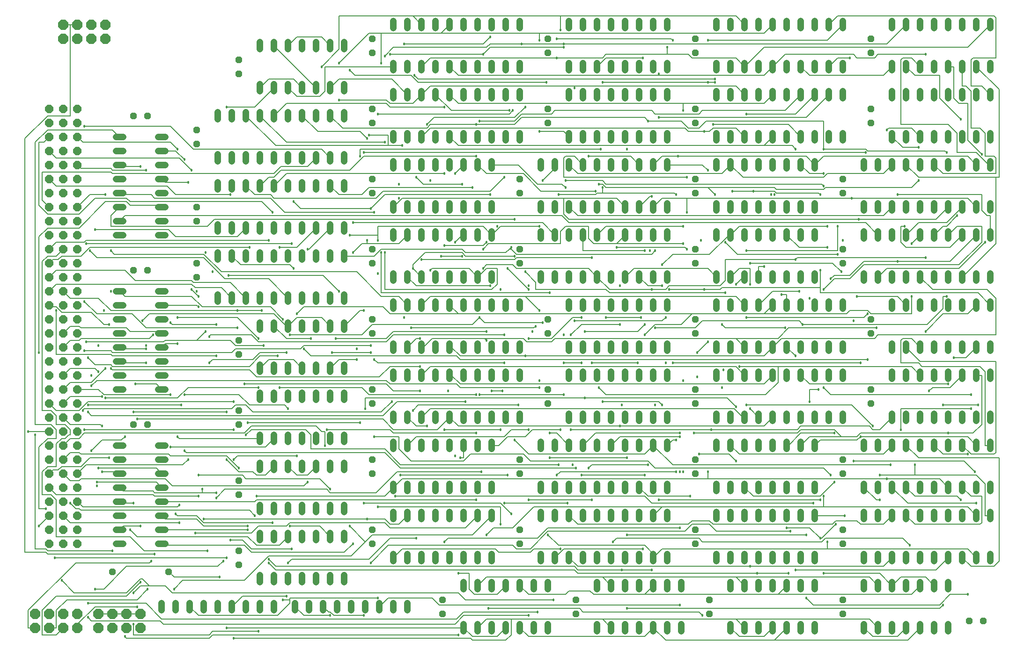
<source format=gbr>
G04 EAGLE Gerber RS-274X export*
G75*
%MOMM*%
%FSLAX34Y34*%
%LPD*%
%INBottom Copper*%
%IPPOS*%
%AMOC8*
5,1,8,0,0,1.08239X$1,22.5*%
G01*
%ADD10P,1.319650X8X112.500000*%
%ADD11C,1.219200*%
%ADD12P,2.034460X8X22.500000*%
%ADD13P,1.649562X8X202.500000*%
%ADD14P,1.319650X8X202.500000*%
%ADD15P,1.319650X8X22.500000*%
%ADD16C,0.127000*%
%ADD17C,0.457200*%


D10*
X1003300Y50800D03*
X1003300Y76200D03*
X901700Y177800D03*
X901700Y203200D03*
X635000Y558800D03*
X635000Y584200D03*
X635000Y685800D03*
X635000Y711200D03*
X635000Y1066800D03*
X635000Y1092200D03*
X635000Y939800D03*
X635000Y965200D03*
X635000Y812800D03*
X635000Y838200D03*
X952500Y558800D03*
X952500Y584200D03*
X1244600Y50800D03*
X1244600Y76200D03*
X635000Y177800D03*
X635000Y203200D03*
X393700Y139700D03*
X393700Y165100D03*
X901700Y304800D03*
X901700Y330200D03*
X393700Y266700D03*
X393700Y292100D03*
X635000Y431800D03*
X635000Y457200D03*
X952500Y939800D03*
X952500Y965200D03*
X901700Y812800D03*
X901700Y838200D03*
X635000Y304800D03*
X635000Y330200D03*
X1219200Y431800D03*
X1219200Y457200D03*
X1219200Y558800D03*
X1219200Y584200D03*
X1485900Y50800D03*
X1485900Y76200D03*
X1219200Y685800D03*
X1219200Y711200D03*
X1219200Y812800D03*
X1219200Y838200D03*
X1219200Y1066800D03*
X1219200Y1092200D03*
X1219200Y939800D03*
X1219200Y965200D03*
X1536700Y1066800D03*
X1536700Y1092200D03*
X1536700Y939800D03*
X1536700Y965200D03*
X1536700Y431800D03*
X1536700Y457200D03*
X1485900Y177800D03*
X1485900Y203200D03*
X1485900Y812800D03*
X1485900Y838200D03*
X1536700Y558800D03*
X1536700Y584200D03*
X1219200Y304800D03*
X1219200Y330200D03*
X1485900Y304800D03*
X1485900Y330200D03*
X1485900Y685800D03*
X1485900Y711200D03*
X952500Y1066800D03*
X952500Y1092200D03*
X901700Y685800D03*
X901700Y711200D03*
X952500Y431800D03*
X952500Y457200D03*
X1219200Y177800D03*
X1219200Y203200D03*
D11*
X183896Y355600D02*
X171704Y355600D01*
X171704Y330200D02*
X183896Y330200D01*
X183896Y203200D02*
X171704Y203200D01*
X171704Y177800D02*
X183896Y177800D01*
X183896Y304800D02*
X171704Y304800D01*
X171704Y279400D02*
X183896Y279400D01*
X183896Y228600D02*
X171704Y228600D01*
X171704Y254000D02*
X183896Y254000D01*
X247904Y177800D02*
X260096Y177800D01*
X260096Y203200D02*
X247904Y203200D01*
X247904Y228600D02*
X260096Y228600D01*
X260096Y254000D02*
X247904Y254000D01*
X247904Y279400D02*
X260096Y279400D01*
X260096Y304800D02*
X247904Y304800D01*
X247904Y330200D02*
X260096Y330200D01*
X260096Y355600D02*
X247904Y355600D01*
X355600Y743204D02*
X355600Y755396D01*
X381000Y755396D02*
X381000Y743204D01*
X508000Y743204D02*
X508000Y755396D01*
X533400Y755396D02*
X533400Y743204D01*
X406400Y743204D02*
X406400Y755396D01*
X431800Y755396D02*
X431800Y743204D01*
X482600Y743204D02*
X482600Y755396D01*
X457200Y755396D02*
X457200Y743204D01*
X558800Y743204D02*
X558800Y755396D01*
X584200Y755396D02*
X584200Y743204D01*
X584200Y819404D02*
X584200Y831596D01*
X558800Y831596D02*
X558800Y819404D01*
X533400Y819404D02*
X533400Y831596D01*
X508000Y831596D02*
X508000Y819404D01*
X482600Y819404D02*
X482600Y831596D01*
X457200Y831596D02*
X457200Y819404D01*
X431800Y819404D02*
X431800Y831596D01*
X406400Y831596D02*
X406400Y819404D01*
X381000Y819404D02*
X381000Y831596D01*
X355600Y831596D02*
X355600Y819404D01*
X183896Y635000D02*
X171704Y635000D01*
X171704Y609600D02*
X183896Y609600D01*
X183896Y482600D02*
X171704Y482600D01*
X171704Y457200D02*
X183896Y457200D01*
X183896Y584200D02*
X171704Y584200D01*
X171704Y558800D02*
X183896Y558800D01*
X183896Y508000D02*
X171704Y508000D01*
X171704Y533400D02*
X183896Y533400D01*
X247904Y457200D02*
X260096Y457200D01*
X260096Y482600D02*
X247904Y482600D01*
X247904Y508000D02*
X260096Y508000D01*
X260096Y533400D02*
X247904Y533400D01*
X247904Y558800D02*
X260096Y558800D01*
X260096Y584200D02*
X247904Y584200D01*
X247904Y609600D02*
X260096Y609600D01*
X260096Y635000D02*
X247904Y635000D01*
X355600Y628396D02*
X355600Y616204D01*
X381000Y616204D02*
X381000Y628396D01*
X508000Y628396D02*
X508000Y616204D01*
X533400Y616204D02*
X533400Y628396D01*
X406400Y628396D02*
X406400Y616204D01*
X431800Y616204D02*
X431800Y628396D01*
X482600Y628396D02*
X482600Y616204D01*
X457200Y616204D02*
X457200Y628396D01*
X558800Y628396D02*
X558800Y616204D01*
X584200Y616204D02*
X584200Y628396D01*
X584200Y692404D02*
X584200Y704596D01*
X558800Y704596D02*
X558800Y692404D01*
X533400Y692404D02*
X533400Y704596D01*
X508000Y704596D02*
X508000Y692404D01*
X482600Y692404D02*
X482600Y704596D01*
X457200Y704596D02*
X457200Y692404D01*
X431800Y692404D02*
X431800Y704596D01*
X406400Y704596D02*
X406400Y692404D01*
X381000Y692404D02*
X381000Y704596D01*
X355600Y704596D02*
X355600Y692404D01*
X673100Y158496D02*
X673100Y146304D01*
X698500Y146304D02*
X698500Y158496D01*
X825500Y158496D02*
X825500Y146304D01*
X850900Y146304D02*
X850900Y158496D01*
X723900Y158496D02*
X723900Y146304D01*
X749300Y146304D02*
X749300Y158496D01*
X800100Y158496D02*
X800100Y146304D01*
X774700Y146304D02*
X774700Y158496D01*
X850900Y222504D02*
X850900Y234696D01*
X825500Y234696D02*
X825500Y222504D01*
X800100Y222504D02*
X800100Y234696D01*
X774700Y234696D02*
X774700Y222504D01*
X749300Y222504D02*
X749300Y234696D01*
X723900Y234696D02*
X723900Y222504D01*
X698500Y222504D02*
X698500Y234696D01*
X673100Y234696D02*
X673100Y222504D01*
X355600Y870204D02*
X355600Y882396D01*
X381000Y882396D02*
X381000Y870204D01*
X508000Y870204D02*
X508000Y882396D01*
X533400Y882396D02*
X533400Y870204D01*
X406400Y870204D02*
X406400Y882396D01*
X431800Y882396D02*
X431800Y870204D01*
X482600Y870204D02*
X482600Y882396D01*
X457200Y882396D02*
X457200Y870204D01*
X558800Y870204D02*
X558800Y882396D01*
X584200Y882396D02*
X584200Y870204D01*
X584200Y946404D02*
X584200Y958596D01*
X558800Y958596D02*
X558800Y946404D01*
X533400Y946404D02*
X533400Y958596D01*
X508000Y958596D02*
X508000Y946404D01*
X482600Y946404D02*
X482600Y958596D01*
X457200Y958596D02*
X457200Y946404D01*
X431800Y946404D02*
X431800Y958596D01*
X406400Y958596D02*
X406400Y946404D01*
X381000Y946404D02*
X381000Y958596D01*
X355600Y958596D02*
X355600Y946404D01*
X673100Y285496D02*
X673100Y273304D01*
X698500Y273304D02*
X698500Y285496D01*
X825500Y285496D02*
X825500Y273304D01*
X850900Y273304D02*
X850900Y285496D01*
X723900Y285496D02*
X723900Y273304D01*
X749300Y273304D02*
X749300Y285496D01*
X800100Y285496D02*
X800100Y273304D01*
X774700Y273304D02*
X774700Y285496D01*
X850900Y349504D02*
X850900Y361696D01*
X825500Y361696D02*
X825500Y349504D01*
X800100Y349504D02*
X800100Y361696D01*
X774700Y361696D02*
X774700Y349504D01*
X749300Y349504D02*
X749300Y361696D01*
X723900Y361696D02*
X723900Y349504D01*
X698500Y349504D02*
X698500Y361696D01*
X673100Y361696D02*
X673100Y349504D01*
X673100Y654304D02*
X673100Y666496D01*
X698500Y666496D02*
X698500Y654304D01*
X825500Y654304D02*
X825500Y666496D01*
X850900Y666496D02*
X850900Y654304D01*
X723900Y654304D02*
X723900Y666496D01*
X749300Y666496D02*
X749300Y654304D01*
X800100Y654304D02*
X800100Y666496D01*
X774700Y666496D02*
X774700Y654304D01*
X850900Y730504D02*
X850900Y742696D01*
X825500Y742696D02*
X825500Y730504D01*
X800100Y730504D02*
X800100Y742696D01*
X774700Y742696D02*
X774700Y730504D01*
X749300Y730504D02*
X749300Y742696D01*
X723900Y742696D02*
X723900Y730504D01*
X698500Y730504D02*
X698500Y742696D01*
X673100Y742696D02*
X673100Y730504D01*
X673100Y781304D02*
X673100Y793496D01*
X698500Y793496D02*
X698500Y781304D01*
X825500Y781304D02*
X825500Y793496D01*
X850900Y793496D02*
X850900Y781304D01*
X723900Y781304D02*
X723900Y793496D01*
X749300Y793496D02*
X749300Y781304D01*
X800100Y781304D02*
X800100Y793496D01*
X774700Y793496D02*
X774700Y781304D01*
X850900Y857504D02*
X850900Y869696D01*
X825500Y869696D02*
X825500Y857504D01*
X800100Y857504D02*
X800100Y869696D01*
X774700Y869696D02*
X774700Y857504D01*
X749300Y857504D02*
X749300Y869696D01*
X723900Y869696D02*
X723900Y857504D01*
X698500Y857504D02*
X698500Y869696D01*
X673100Y869696D02*
X673100Y857504D01*
X673100Y908304D02*
X673100Y920496D01*
X698500Y920496D02*
X698500Y908304D01*
X825500Y908304D02*
X825500Y920496D01*
X850900Y920496D02*
X850900Y908304D01*
X723900Y908304D02*
X723900Y920496D01*
X749300Y920496D02*
X749300Y908304D01*
X800100Y908304D02*
X800100Y920496D01*
X774700Y920496D02*
X774700Y908304D01*
X876300Y908304D02*
X876300Y920496D01*
X901700Y920496D02*
X901700Y908304D01*
X901700Y984504D02*
X901700Y996696D01*
X876300Y996696D02*
X876300Y984504D01*
X850900Y984504D02*
X850900Y996696D01*
X825500Y996696D02*
X825500Y984504D01*
X800100Y984504D02*
X800100Y996696D01*
X774700Y996696D02*
X774700Y984504D01*
X749300Y984504D02*
X749300Y996696D01*
X723900Y996696D02*
X723900Y984504D01*
X698500Y984504D02*
X698500Y996696D01*
X673100Y996696D02*
X673100Y984504D01*
X673100Y1035304D02*
X673100Y1047496D01*
X698500Y1047496D02*
X698500Y1035304D01*
X825500Y1035304D02*
X825500Y1047496D01*
X850900Y1047496D02*
X850900Y1035304D01*
X723900Y1035304D02*
X723900Y1047496D01*
X749300Y1047496D02*
X749300Y1035304D01*
X800100Y1035304D02*
X800100Y1047496D01*
X774700Y1047496D02*
X774700Y1035304D01*
X876300Y1035304D02*
X876300Y1047496D01*
X901700Y1047496D02*
X901700Y1035304D01*
X901700Y1111504D02*
X901700Y1123696D01*
X876300Y1123696D02*
X876300Y1111504D01*
X850900Y1111504D02*
X850900Y1123696D01*
X825500Y1123696D02*
X825500Y1111504D01*
X800100Y1111504D02*
X800100Y1123696D01*
X774700Y1123696D02*
X774700Y1111504D01*
X749300Y1111504D02*
X749300Y1123696D01*
X723900Y1123696D02*
X723900Y1111504D01*
X698500Y1111504D02*
X698500Y1123696D01*
X673100Y1123696D02*
X673100Y1111504D01*
D12*
X25400Y25400D03*
X25400Y50800D03*
X50800Y25400D03*
X50800Y50800D03*
X76200Y25400D03*
X76200Y50800D03*
X101600Y25400D03*
X101600Y50800D03*
X76200Y1092200D03*
X76200Y1117600D03*
X101600Y1092200D03*
X101600Y1117600D03*
X127000Y1092200D03*
X127000Y1117600D03*
X152400Y1092200D03*
X152400Y1117600D03*
D11*
X698500Y69596D02*
X698500Y57404D01*
X673100Y57404D02*
X673100Y69596D01*
X647700Y69596D02*
X647700Y57404D01*
X622300Y57404D02*
X622300Y69596D01*
X596900Y69596D02*
X596900Y57404D01*
X571500Y57404D02*
X571500Y69596D01*
X546100Y69596D02*
X546100Y57404D01*
X520700Y57404D02*
X520700Y69596D01*
X495300Y69596D02*
X495300Y57404D01*
X457200Y57404D02*
X457200Y69596D01*
X431800Y69596D02*
X431800Y57404D01*
X406400Y57404D02*
X406400Y69596D01*
X381000Y69596D02*
X381000Y57404D01*
X355600Y57404D02*
X355600Y69596D01*
X330200Y69596D02*
X330200Y57404D01*
X304800Y57404D02*
X304800Y69596D01*
X279400Y69596D02*
X279400Y57404D01*
X254000Y57404D02*
X254000Y69596D01*
D13*
X50800Y177800D03*
X50800Y203200D03*
X50800Y228600D03*
X50800Y254000D03*
X50800Y279400D03*
X50800Y304800D03*
X50800Y330200D03*
X50800Y355600D03*
X50800Y381000D03*
X50800Y406400D03*
X50800Y431800D03*
X50800Y457200D03*
X50800Y482600D03*
X50800Y508000D03*
X50800Y533400D03*
X50800Y558800D03*
X76200Y177800D03*
X76200Y203200D03*
X76200Y228600D03*
X76200Y254000D03*
X76200Y279400D03*
X76200Y304800D03*
X76200Y330200D03*
X76200Y355600D03*
X76200Y381000D03*
X76200Y406400D03*
X76200Y431800D03*
X76200Y457200D03*
X76200Y482600D03*
X76200Y508000D03*
X76200Y533400D03*
X76200Y558800D03*
X101600Y177800D03*
X101600Y203200D03*
X101600Y228600D03*
X101600Y254000D03*
X101600Y279400D03*
X101600Y304800D03*
X101600Y330200D03*
X101600Y355600D03*
X101600Y381000D03*
X101600Y406400D03*
X101600Y431800D03*
X101600Y457200D03*
X101600Y482600D03*
X101600Y508000D03*
X101600Y533400D03*
X101600Y558800D03*
X50800Y584200D03*
X50800Y609600D03*
X50800Y635000D03*
X50800Y660400D03*
X50800Y685800D03*
X50800Y711200D03*
X50800Y736600D03*
X50800Y762000D03*
X50800Y787400D03*
X50800Y812800D03*
X50800Y838200D03*
X50800Y863600D03*
X50800Y889000D03*
X50800Y914400D03*
X50800Y939800D03*
X50800Y965200D03*
X76200Y584200D03*
X76200Y609600D03*
X76200Y635000D03*
X76200Y660400D03*
X76200Y685800D03*
X76200Y711200D03*
X76200Y736600D03*
X76200Y762000D03*
X76200Y787400D03*
X76200Y812800D03*
X76200Y838200D03*
X76200Y863600D03*
X76200Y889000D03*
X76200Y914400D03*
X76200Y939800D03*
X76200Y965200D03*
X101600Y584200D03*
X101600Y609600D03*
X101600Y635000D03*
X101600Y660400D03*
X101600Y685800D03*
X101600Y711200D03*
X101600Y736600D03*
X101600Y762000D03*
X101600Y787400D03*
X101600Y812800D03*
X101600Y838200D03*
X101600Y863600D03*
X101600Y889000D03*
X101600Y914400D03*
X101600Y939800D03*
X101600Y965200D03*
D14*
X1739900Y38100D03*
X1714500Y38100D03*
X266700Y127000D03*
X165100Y127000D03*
D11*
X431800Y235204D02*
X431800Y247396D01*
X457200Y247396D02*
X457200Y235204D01*
X584200Y235204D02*
X584200Y247396D01*
X584200Y311404D02*
X584200Y323596D01*
X482600Y247396D02*
X482600Y235204D01*
X508000Y235204D02*
X508000Y247396D01*
X558800Y247396D02*
X558800Y235204D01*
X533400Y235204D02*
X533400Y247396D01*
X558800Y311404D02*
X558800Y323596D01*
X533400Y323596D02*
X533400Y311404D01*
X508000Y311404D02*
X508000Y323596D01*
X482600Y323596D02*
X482600Y311404D01*
X457200Y311404D02*
X457200Y323596D01*
X431800Y323596D02*
X431800Y311404D01*
X800100Y31496D02*
X800100Y19304D01*
X825500Y19304D02*
X825500Y31496D01*
X952500Y31496D02*
X952500Y19304D01*
X952500Y95504D02*
X952500Y107696D01*
X850900Y31496D02*
X850900Y19304D01*
X876300Y19304D02*
X876300Y31496D01*
X927100Y31496D02*
X927100Y19304D01*
X901700Y19304D02*
X901700Y31496D01*
X927100Y95504D02*
X927100Y107696D01*
X901700Y107696D02*
X901700Y95504D01*
X876300Y95504D02*
X876300Y107696D01*
X850900Y107696D02*
X850900Y95504D01*
X825500Y95504D02*
X825500Y107696D01*
X800100Y107696D02*
X800100Y95504D01*
X431800Y997204D02*
X431800Y1009396D01*
X457200Y1009396D02*
X457200Y997204D01*
X584200Y997204D02*
X584200Y1009396D01*
X584200Y1073404D02*
X584200Y1085596D01*
X482600Y1009396D02*
X482600Y997204D01*
X508000Y997204D02*
X508000Y1009396D01*
X558800Y1009396D02*
X558800Y997204D01*
X533400Y997204D02*
X533400Y1009396D01*
X558800Y1073404D02*
X558800Y1085596D01*
X533400Y1085596D02*
X533400Y1073404D01*
X508000Y1073404D02*
X508000Y1085596D01*
X482600Y1085596D02*
X482600Y1073404D01*
X457200Y1073404D02*
X457200Y1085596D01*
X431800Y1085596D02*
X431800Y1073404D01*
X431800Y120396D02*
X431800Y108204D01*
X457200Y108204D02*
X457200Y120396D01*
X584200Y120396D02*
X584200Y108204D01*
X584200Y184404D02*
X584200Y196596D01*
X482600Y120396D02*
X482600Y108204D01*
X508000Y108204D02*
X508000Y120396D01*
X558800Y120396D02*
X558800Y108204D01*
X533400Y108204D02*
X533400Y120396D01*
X558800Y184404D02*
X558800Y196596D01*
X533400Y196596D02*
X533400Y184404D01*
X508000Y184404D02*
X508000Y196596D01*
X482600Y196596D02*
X482600Y184404D01*
X457200Y184404D02*
X457200Y196596D01*
X431800Y196596D02*
X431800Y184404D01*
X183896Y914400D02*
X171704Y914400D01*
X171704Y889000D02*
X183896Y889000D01*
X183896Y762000D02*
X171704Y762000D01*
X171704Y736600D02*
X183896Y736600D01*
X183896Y863600D02*
X171704Y863600D01*
X171704Y838200D02*
X183896Y838200D01*
X183896Y787400D02*
X171704Y787400D01*
X171704Y812800D02*
X183896Y812800D01*
X247904Y736600D02*
X260096Y736600D01*
X260096Y762000D02*
X247904Y762000D01*
X247904Y787400D02*
X260096Y787400D01*
X260096Y812800D02*
X247904Y812800D01*
X247904Y838200D02*
X260096Y838200D01*
X260096Y863600D02*
X247904Y863600D01*
X247904Y889000D02*
X260096Y889000D01*
X260096Y914400D02*
X247904Y914400D01*
D12*
X139700Y25400D03*
X139700Y50800D03*
X165100Y25400D03*
X165100Y50800D03*
X190500Y25400D03*
X190500Y50800D03*
X215900Y25400D03*
X215900Y50800D03*
D11*
X431800Y362204D02*
X431800Y374396D01*
X457200Y374396D02*
X457200Y362204D01*
X584200Y362204D02*
X584200Y374396D01*
X584200Y438404D02*
X584200Y450596D01*
X482600Y374396D02*
X482600Y362204D01*
X508000Y362204D02*
X508000Y374396D01*
X558800Y374396D02*
X558800Y362204D01*
X533400Y362204D02*
X533400Y374396D01*
X558800Y438404D02*
X558800Y450596D01*
X533400Y450596D02*
X533400Y438404D01*
X508000Y438404D02*
X508000Y450596D01*
X482600Y450596D02*
X482600Y438404D01*
X457200Y438404D02*
X457200Y450596D01*
X431800Y450596D02*
X431800Y438404D01*
X673100Y527304D02*
X673100Y539496D01*
X698500Y539496D02*
X698500Y527304D01*
X825500Y527304D02*
X825500Y539496D01*
X850900Y539496D02*
X850900Y527304D01*
X723900Y527304D02*
X723900Y539496D01*
X749300Y539496D02*
X749300Y527304D01*
X800100Y527304D02*
X800100Y539496D01*
X774700Y539496D02*
X774700Y527304D01*
X876300Y527304D02*
X876300Y539496D01*
X901700Y539496D02*
X901700Y527304D01*
X901700Y603504D02*
X901700Y615696D01*
X876300Y615696D02*
X876300Y603504D01*
X850900Y603504D02*
X850900Y615696D01*
X825500Y615696D02*
X825500Y603504D01*
X800100Y603504D02*
X800100Y615696D01*
X774700Y615696D02*
X774700Y603504D01*
X749300Y603504D02*
X749300Y615696D01*
X723900Y615696D02*
X723900Y603504D01*
X698500Y603504D02*
X698500Y615696D01*
X673100Y615696D02*
X673100Y603504D01*
X673100Y412496D02*
X673100Y400304D01*
X698500Y400304D02*
X698500Y412496D01*
X825500Y412496D02*
X825500Y400304D01*
X850900Y400304D02*
X850900Y412496D01*
X723900Y412496D02*
X723900Y400304D01*
X749300Y400304D02*
X749300Y412496D01*
X800100Y412496D02*
X800100Y400304D01*
X774700Y400304D02*
X774700Y412496D01*
X876300Y412496D02*
X876300Y400304D01*
X901700Y400304D02*
X901700Y412496D01*
X901700Y476504D02*
X901700Y488696D01*
X876300Y488696D02*
X876300Y476504D01*
X850900Y476504D02*
X850900Y488696D01*
X825500Y488696D02*
X825500Y476504D01*
X800100Y476504D02*
X800100Y488696D01*
X774700Y488696D02*
X774700Y476504D01*
X749300Y476504D02*
X749300Y488696D01*
X723900Y488696D02*
X723900Y476504D01*
X698500Y476504D02*
X698500Y488696D01*
X673100Y488696D02*
X673100Y476504D01*
X990600Y1035304D02*
X990600Y1047496D01*
X1016000Y1047496D02*
X1016000Y1035304D01*
X1143000Y1035304D02*
X1143000Y1047496D01*
X1168400Y1047496D02*
X1168400Y1035304D01*
X1041400Y1035304D02*
X1041400Y1047496D01*
X1066800Y1047496D02*
X1066800Y1035304D01*
X1117600Y1035304D02*
X1117600Y1047496D01*
X1092200Y1047496D02*
X1092200Y1035304D01*
X1168400Y1111504D02*
X1168400Y1123696D01*
X1143000Y1123696D02*
X1143000Y1111504D01*
X1117600Y1111504D02*
X1117600Y1123696D01*
X1092200Y1123696D02*
X1092200Y1111504D01*
X1066800Y1111504D02*
X1066800Y1123696D01*
X1041400Y1123696D02*
X1041400Y1111504D01*
X1016000Y1111504D02*
X1016000Y1123696D01*
X990600Y1123696D02*
X990600Y1111504D01*
X990600Y920496D02*
X990600Y908304D01*
X1016000Y908304D02*
X1016000Y920496D01*
X1143000Y920496D02*
X1143000Y908304D01*
X1168400Y908304D02*
X1168400Y920496D01*
X1041400Y920496D02*
X1041400Y908304D01*
X1066800Y908304D02*
X1066800Y920496D01*
X1117600Y920496D02*
X1117600Y908304D01*
X1092200Y908304D02*
X1092200Y920496D01*
X1168400Y984504D02*
X1168400Y996696D01*
X1143000Y996696D02*
X1143000Y984504D01*
X1117600Y984504D02*
X1117600Y996696D01*
X1092200Y996696D02*
X1092200Y984504D01*
X1066800Y984504D02*
X1066800Y996696D01*
X1041400Y996696D02*
X1041400Y984504D01*
X1016000Y984504D02*
X1016000Y996696D01*
X990600Y996696D02*
X990600Y984504D01*
X990600Y539496D02*
X990600Y527304D01*
X1016000Y527304D02*
X1016000Y539496D01*
X1143000Y539496D02*
X1143000Y527304D01*
X1168400Y527304D02*
X1168400Y539496D01*
X1041400Y539496D02*
X1041400Y527304D01*
X1066800Y527304D02*
X1066800Y539496D01*
X1117600Y539496D02*
X1117600Y527304D01*
X1092200Y527304D02*
X1092200Y539496D01*
X1168400Y603504D02*
X1168400Y615696D01*
X1143000Y615696D02*
X1143000Y603504D01*
X1117600Y603504D02*
X1117600Y615696D01*
X1092200Y615696D02*
X1092200Y603504D01*
X1066800Y603504D02*
X1066800Y615696D01*
X1041400Y615696D02*
X1041400Y603504D01*
X1016000Y603504D02*
X1016000Y615696D01*
X990600Y615696D02*
X990600Y603504D01*
X990600Y412496D02*
X990600Y400304D01*
X1016000Y400304D02*
X1016000Y412496D01*
X1143000Y412496D02*
X1143000Y400304D01*
X1168400Y400304D02*
X1168400Y412496D01*
X1041400Y412496D02*
X1041400Y400304D01*
X1066800Y400304D02*
X1066800Y412496D01*
X1117600Y412496D02*
X1117600Y400304D01*
X1092200Y400304D02*
X1092200Y412496D01*
X1168400Y476504D02*
X1168400Y488696D01*
X1143000Y488696D02*
X1143000Y476504D01*
X1117600Y476504D02*
X1117600Y488696D01*
X1092200Y488696D02*
X1092200Y476504D01*
X1066800Y476504D02*
X1066800Y488696D01*
X1041400Y488696D02*
X1041400Y476504D01*
X1016000Y476504D02*
X1016000Y488696D01*
X990600Y488696D02*
X990600Y476504D01*
X939800Y781304D02*
X939800Y793496D01*
X965200Y793496D02*
X965200Y781304D01*
X1092200Y781304D02*
X1092200Y793496D01*
X1117600Y793496D02*
X1117600Y781304D01*
X990600Y781304D02*
X990600Y793496D01*
X1016000Y793496D02*
X1016000Y781304D01*
X1066800Y781304D02*
X1066800Y793496D01*
X1041400Y793496D02*
X1041400Y781304D01*
X1143000Y781304D02*
X1143000Y793496D01*
X1168400Y793496D02*
X1168400Y781304D01*
X1168400Y857504D02*
X1168400Y869696D01*
X1143000Y869696D02*
X1143000Y857504D01*
X1117600Y857504D02*
X1117600Y869696D01*
X1092200Y869696D02*
X1092200Y857504D01*
X1066800Y857504D02*
X1066800Y869696D01*
X1041400Y869696D02*
X1041400Y857504D01*
X1016000Y857504D02*
X1016000Y869696D01*
X990600Y869696D02*
X990600Y857504D01*
X965200Y857504D02*
X965200Y869696D01*
X939800Y869696D02*
X939800Y857504D01*
X939800Y666496D02*
X939800Y654304D01*
X965200Y654304D02*
X965200Y666496D01*
X1092200Y666496D02*
X1092200Y654304D01*
X1117600Y654304D02*
X1117600Y666496D01*
X990600Y666496D02*
X990600Y654304D01*
X1016000Y654304D02*
X1016000Y666496D01*
X1066800Y666496D02*
X1066800Y654304D01*
X1041400Y654304D02*
X1041400Y666496D01*
X1143000Y666496D02*
X1143000Y654304D01*
X1168400Y654304D02*
X1168400Y666496D01*
X1168400Y730504D02*
X1168400Y742696D01*
X1143000Y742696D02*
X1143000Y730504D01*
X1117600Y730504D02*
X1117600Y742696D01*
X1092200Y742696D02*
X1092200Y730504D01*
X1066800Y730504D02*
X1066800Y742696D01*
X1041400Y742696D02*
X1041400Y730504D01*
X1016000Y730504D02*
X1016000Y742696D01*
X990600Y742696D02*
X990600Y730504D01*
X965200Y730504D02*
X965200Y742696D01*
X939800Y742696D02*
X939800Y730504D01*
X1041400Y31496D02*
X1041400Y19304D01*
X1066800Y19304D02*
X1066800Y31496D01*
X1193800Y31496D02*
X1193800Y19304D01*
X1193800Y95504D02*
X1193800Y107696D01*
X1092200Y31496D02*
X1092200Y19304D01*
X1117600Y19304D02*
X1117600Y31496D01*
X1168400Y31496D02*
X1168400Y19304D01*
X1143000Y19304D02*
X1143000Y31496D01*
X1168400Y95504D02*
X1168400Y107696D01*
X1143000Y107696D02*
X1143000Y95504D01*
X1117600Y95504D02*
X1117600Y107696D01*
X1092200Y107696D02*
X1092200Y95504D01*
X1066800Y95504D02*
X1066800Y107696D01*
X1041400Y107696D02*
X1041400Y95504D01*
X939800Y273304D02*
X939800Y285496D01*
X965200Y285496D02*
X965200Y273304D01*
X1092200Y273304D02*
X1092200Y285496D01*
X1117600Y285496D02*
X1117600Y273304D01*
X990600Y273304D02*
X990600Y285496D01*
X1016000Y285496D02*
X1016000Y273304D01*
X1066800Y273304D02*
X1066800Y285496D01*
X1041400Y285496D02*
X1041400Y273304D01*
X1143000Y273304D02*
X1143000Y285496D01*
X1168400Y285496D02*
X1168400Y273304D01*
X1168400Y349504D02*
X1168400Y361696D01*
X1143000Y361696D02*
X1143000Y349504D01*
X1117600Y349504D02*
X1117600Y361696D01*
X1092200Y361696D02*
X1092200Y349504D01*
X1066800Y349504D02*
X1066800Y361696D01*
X1041400Y361696D02*
X1041400Y349504D01*
X1016000Y349504D02*
X1016000Y361696D01*
X990600Y361696D02*
X990600Y349504D01*
X965200Y349504D02*
X965200Y361696D01*
X939800Y361696D02*
X939800Y349504D01*
X939800Y158496D02*
X939800Y146304D01*
X965200Y146304D02*
X965200Y158496D01*
X1092200Y158496D02*
X1092200Y146304D01*
X1117600Y146304D02*
X1117600Y158496D01*
X990600Y158496D02*
X990600Y146304D01*
X1016000Y146304D02*
X1016000Y158496D01*
X1066800Y158496D02*
X1066800Y146304D01*
X1041400Y146304D02*
X1041400Y158496D01*
X1143000Y158496D02*
X1143000Y146304D01*
X1168400Y146304D02*
X1168400Y158496D01*
X1168400Y222504D02*
X1168400Y234696D01*
X1143000Y234696D02*
X1143000Y222504D01*
X1117600Y222504D02*
X1117600Y234696D01*
X1092200Y234696D02*
X1092200Y222504D01*
X1066800Y222504D02*
X1066800Y234696D01*
X1041400Y234696D02*
X1041400Y222504D01*
X1016000Y222504D02*
X1016000Y234696D01*
X990600Y234696D02*
X990600Y222504D01*
X965200Y222504D02*
X965200Y234696D01*
X939800Y234696D02*
X939800Y222504D01*
X1257300Y158496D02*
X1257300Y146304D01*
X1282700Y146304D02*
X1282700Y158496D01*
X1409700Y158496D02*
X1409700Y146304D01*
X1435100Y146304D02*
X1435100Y158496D01*
X1308100Y158496D02*
X1308100Y146304D01*
X1333500Y146304D02*
X1333500Y158496D01*
X1384300Y158496D02*
X1384300Y146304D01*
X1358900Y146304D02*
X1358900Y158496D01*
X1435100Y222504D02*
X1435100Y234696D01*
X1409700Y234696D02*
X1409700Y222504D01*
X1384300Y222504D02*
X1384300Y234696D01*
X1358900Y234696D02*
X1358900Y222504D01*
X1333500Y222504D02*
X1333500Y234696D01*
X1308100Y234696D02*
X1308100Y222504D01*
X1282700Y222504D02*
X1282700Y234696D01*
X1257300Y234696D02*
X1257300Y222504D01*
X1257300Y781304D02*
X1257300Y793496D01*
X1282700Y793496D02*
X1282700Y781304D01*
X1409700Y781304D02*
X1409700Y793496D01*
X1435100Y793496D02*
X1435100Y781304D01*
X1308100Y781304D02*
X1308100Y793496D01*
X1333500Y793496D02*
X1333500Y781304D01*
X1384300Y781304D02*
X1384300Y793496D01*
X1358900Y793496D02*
X1358900Y781304D01*
X1435100Y857504D02*
X1435100Y869696D01*
X1409700Y869696D02*
X1409700Y857504D01*
X1384300Y857504D02*
X1384300Y869696D01*
X1358900Y869696D02*
X1358900Y857504D01*
X1333500Y857504D02*
X1333500Y869696D01*
X1308100Y869696D02*
X1308100Y857504D01*
X1282700Y857504D02*
X1282700Y869696D01*
X1257300Y869696D02*
X1257300Y857504D01*
X1257300Y666496D02*
X1257300Y654304D01*
X1282700Y654304D02*
X1282700Y666496D01*
X1409700Y666496D02*
X1409700Y654304D01*
X1435100Y654304D02*
X1435100Y666496D01*
X1308100Y666496D02*
X1308100Y654304D01*
X1333500Y654304D02*
X1333500Y666496D01*
X1384300Y666496D02*
X1384300Y654304D01*
X1358900Y654304D02*
X1358900Y666496D01*
X1435100Y730504D02*
X1435100Y742696D01*
X1409700Y742696D02*
X1409700Y730504D01*
X1384300Y730504D02*
X1384300Y742696D01*
X1358900Y742696D02*
X1358900Y730504D01*
X1333500Y730504D02*
X1333500Y742696D01*
X1308100Y742696D02*
X1308100Y730504D01*
X1282700Y730504D02*
X1282700Y742696D01*
X1257300Y742696D02*
X1257300Y730504D01*
X1257300Y285496D02*
X1257300Y273304D01*
X1282700Y273304D02*
X1282700Y285496D01*
X1409700Y285496D02*
X1409700Y273304D01*
X1435100Y273304D02*
X1435100Y285496D01*
X1308100Y285496D02*
X1308100Y273304D01*
X1333500Y273304D02*
X1333500Y285496D01*
X1384300Y285496D02*
X1384300Y273304D01*
X1358900Y273304D02*
X1358900Y285496D01*
X1435100Y349504D02*
X1435100Y361696D01*
X1409700Y361696D02*
X1409700Y349504D01*
X1384300Y349504D02*
X1384300Y361696D01*
X1358900Y361696D02*
X1358900Y349504D01*
X1333500Y349504D02*
X1333500Y361696D01*
X1308100Y361696D02*
X1308100Y349504D01*
X1282700Y349504D02*
X1282700Y361696D01*
X1257300Y361696D02*
X1257300Y349504D01*
X1257300Y1035304D02*
X1257300Y1047496D01*
X1282700Y1047496D02*
X1282700Y1035304D01*
X1409700Y1035304D02*
X1409700Y1047496D01*
X1435100Y1047496D02*
X1435100Y1035304D01*
X1308100Y1035304D02*
X1308100Y1047496D01*
X1333500Y1047496D02*
X1333500Y1035304D01*
X1384300Y1035304D02*
X1384300Y1047496D01*
X1358900Y1047496D02*
X1358900Y1035304D01*
X1460500Y1035304D02*
X1460500Y1047496D01*
X1485900Y1047496D02*
X1485900Y1035304D01*
X1485900Y1111504D02*
X1485900Y1123696D01*
X1460500Y1123696D02*
X1460500Y1111504D01*
X1435100Y1111504D02*
X1435100Y1123696D01*
X1409700Y1123696D02*
X1409700Y1111504D01*
X1384300Y1111504D02*
X1384300Y1123696D01*
X1358900Y1123696D02*
X1358900Y1111504D01*
X1333500Y1111504D02*
X1333500Y1123696D01*
X1308100Y1123696D02*
X1308100Y1111504D01*
X1282700Y1111504D02*
X1282700Y1123696D01*
X1257300Y1123696D02*
X1257300Y1111504D01*
X1257300Y920496D02*
X1257300Y908304D01*
X1282700Y908304D02*
X1282700Y920496D01*
X1409700Y920496D02*
X1409700Y908304D01*
X1435100Y908304D02*
X1435100Y920496D01*
X1308100Y920496D02*
X1308100Y908304D01*
X1333500Y908304D02*
X1333500Y920496D01*
X1384300Y920496D02*
X1384300Y908304D01*
X1358900Y908304D02*
X1358900Y920496D01*
X1460500Y920496D02*
X1460500Y908304D01*
X1485900Y908304D02*
X1485900Y920496D01*
X1485900Y984504D02*
X1485900Y996696D01*
X1460500Y996696D02*
X1460500Y984504D01*
X1435100Y984504D02*
X1435100Y996696D01*
X1409700Y996696D02*
X1409700Y984504D01*
X1384300Y984504D02*
X1384300Y996696D01*
X1358900Y996696D02*
X1358900Y984504D01*
X1333500Y984504D02*
X1333500Y996696D01*
X1308100Y996696D02*
X1308100Y984504D01*
X1282700Y984504D02*
X1282700Y996696D01*
X1257300Y996696D02*
X1257300Y984504D01*
X1282700Y31496D02*
X1282700Y19304D01*
X1308100Y19304D02*
X1308100Y31496D01*
X1435100Y31496D02*
X1435100Y19304D01*
X1435100Y95504D02*
X1435100Y107696D01*
X1333500Y31496D02*
X1333500Y19304D01*
X1358900Y19304D02*
X1358900Y31496D01*
X1409700Y31496D02*
X1409700Y19304D01*
X1384300Y19304D02*
X1384300Y31496D01*
X1409700Y95504D02*
X1409700Y107696D01*
X1384300Y107696D02*
X1384300Y95504D01*
X1358900Y95504D02*
X1358900Y107696D01*
X1333500Y107696D02*
X1333500Y95504D01*
X1308100Y95504D02*
X1308100Y107696D01*
X1282700Y107696D02*
X1282700Y95504D01*
X431800Y489204D02*
X431800Y501396D01*
X457200Y501396D02*
X457200Y489204D01*
X584200Y489204D02*
X584200Y501396D01*
X584200Y565404D02*
X584200Y577596D01*
X482600Y501396D02*
X482600Y489204D01*
X508000Y489204D02*
X508000Y501396D01*
X558800Y501396D02*
X558800Y489204D01*
X533400Y489204D02*
X533400Y501396D01*
X558800Y565404D02*
X558800Y577596D01*
X533400Y577596D02*
X533400Y565404D01*
X508000Y565404D02*
X508000Y577596D01*
X482600Y577596D02*
X482600Y565404D01*
X457200Y565404D02*
X457200Y577596D01*
X431800Y577596D02*
X431800Y565404D01*
X1257300Y539496D02*
X1257300Y527304D01*
X1282700Y527304D02*
X1282700Y539496D01*
X1409700Y539496D02*
X1409700Y527304D01*
X1435100Y527304D02*
X1435100Y539496D01*
X1308100Y539496D02*
X1308100Y527304D01*
X1333500Y527304D02*
X1333500Y539496D01*
X1384300Y539496D02*
X1384300Y527304D01*
X1358900Y527304D02*
X1358900Y539496D01*
X1460500Y539496D02*
X1460500Y527304D01*
X1485900Y527304D02*
X1485900Y539496D01*
X1485900Y603504D02*
X1485900Y615696D01*
X1460500Y615696D02*
X1460500Y603504D01*
X1435100Y603504D02*
X1435100Y615696D01*
X1409700Y615696D02*
X1409700Y603504D01*
X1384300Y603504D02*
X1384300Y615696D01*
X1358900Y615696D02*
X1358900Y603504D01*
X1333500Y603504D02*
X1333500Y615696D01*
X1308100Y615696D02*
X1308100Y603504D01*
X1282700Y603504D02*
X1282700Y615696D01*
X1257300Y615696D02*
X1257300Y603504D01*
X1257300Y412496D02*
X1257300Y400304D01*
X1282700Y400304D02*
X1282700Y412496D01*
X1409700Y412496D02*
X1409700Y400304D01*
X1435100Y400304D02*
X1435100Y412496D01*
X1308100Y412496D02*
X1308100Y400304D01*
X1333500Y400304D02*
X1333500Y412496D01*
X1384300Y412496D02*
X1384300Y400304D01*
X1358900Y400304D02*
X1358900Y412496D01*
X1460500Y412496D02*
X1460500Y400304D01*
X1485900Y400304D02*
X1485900Y412496D01*
X1485900Y476504D02*
X1485900Y488696D01*
X1460500Y488696D02*
X1460500Y476504D01*
X1435100Y476504D02*
X1435100Y488696D01*
X1409700Y488696D02*
X1409700Y476504D01*
X1384300Y476504D02*
X1384300Y488696D01*
X1358900Y488696D02*
X1358900Y476504D01*
X1333500Y476504D02*
X1333500Y488696D01*
X1308100Y488696D02*
X1308100Y476504D01*
X1282700Y476504D02*
X1282700Y488696D01*
X1257300Y488696D02*
X1257300Y476504D01*
X1574800Y1035304D02*
X1574800Y1047496D01*
X1600200Y1047496D02*
X1600200Y1035304D01*
X1727200Y1035304D02*
X1727200Y1047496D01*
X1752600Y1047496D02*
X1752600Y1035304D01*
X1625600Y1035304D02*
X1625600Y1047496D01*
X1651000Y1047496D02*
X1651000Y1035304D01*
X1701800Y1035304D02*
X1701800Y1047496D01*
X1676400Y1047496D02*
X1676400Y1035304D01*
X1752600Y1111504D02*
X1752600Y1123696D01*
X1727200Y1123696D02*
X1727200Y1111504D01*
X1701800Y1111504D02*
X1701800Y1123696D01*
X1676400Y1123696D02*
X1676400Y1111504D01*
X1651000Y1111504D02*
X1651000Y1123696D01*
X1625600Y1123696D02*
X1625600Y1111504D01*
X1600200Y1111504D02*
X1600200Y1123696D01*
X1574800Y1123696D02*
X1574800Y1111504D01*
X1574800Y920496D02*
X1574800Y908304D01*
X1600200Y908304D02*
X1600200Y920496D01*
X1727200Y920496D02*
X1727200Y908304D01*
X1752600Y908304D02*
X1752600Y920496D01*
X1625600Y920496D02*
X1625600Y908304D01*
X1651000Y908304D02*
X1651000Y920496D01*
X1701800Y920496D02*
X1701800Y908304D01*
X1676400Y908304D02*
X1676400Y920496D01*
X1752600Y984504D02*
X1752600Y996696D01*
X1727200Y996696D02*
X1727200Y984504D01*
X1701800Y984504D02*
X1701800Y996696D01*
X1676400Y996696D02*
X1676400Y984504D01*
X1651000Y984504D02*
X1651000Y996696D01*
X1625600Y996696D02*
X1625600Y984504D01*
X1600200Y984504D02*
X1600200Y996696D01*
X1574800Y996696D02*
X1574800Y984504D01*
X1574800Y539496D02*
X1574800Y527304D01*
X1600200Y527304D02*
X1600200Y539496D01*
X1727200Y539496D02*
X1727200Y527304D01*
X1752600Y527304D02*
X1752600Y539496D01*
X1625600Y539496D02*
X1625600Y527304D01*
X1651000Y527304D02*
X1651000Y539496D01*
X1701800Y539496D02*
X1701800Y527304D01*
X1676400Y527304D02*
X1676400Y539496D01*
X1752600Y603504D02*
X1752600Y615696D01*
X1727200Y615696D02*
X1727200Y603504D01*
X1701800Y603504D02*
X1701800Y615696D01*
X1676400Y615696D02*
X1676400Y603504D01*
X1651000Y603504D02*
X1651000Y615696D01*
X1625600Y615696D02*
X1625600Y603504D01*
X1600200Y603504D02*
X1600200Y615696D01*
X1574800Y615696D02*
X1574800Y603504D01*
X1574800Y412496D02*
X1574800Y400304D01*
X1600200Y400304D02*
X1600200Y412496D01*
X1727200Y412496D02*
X1727200Y400304D01*
X1752600Y400304D02*
X1752600Y412496D01*
X1625600Y412496D02*
X1625600Y400304D01*
X1651000Y400304D02*
X1651000Y412496D01*
X1701800Y412496D02*
X1701800Y400304D01*
X1676400Y400304D02*
X1676400Y412496D01*
X1752600Y476504D02*
X1752600Y488696D01*
X1727200Y488696D02*
X1727200Y476504D01*
X1701800Y476504D02*
X1701800Y488696D01*
X1676400Y488696D02*
X1676400Y476504D01*
X1651000Y476504D02*
X1651000Y488696D01*
X1625600Y488696D02*
X1625600Y476504D01*
X1600200Y476504D02*
X1600200Y488696D01*
X1574800Y488696D02*
X1574800Y476504D01*
X1524000Y781304D02*
X1524000Y793496D01*
X1549400Y793496D02*
X1549400Y781304D01*
X1676400Y781304D02*
X1676400Y793496D01*
X1701800Y793496D02*
X1701800Y781304D01*
X1574800Y781304D02*
X1574800Y793496D01*
X1600200Y793496D02*
X1600200Y781304D01*
X1651000Y781304D02*
X1651000Y793496D01*
X1625600Y793496D02*
X1625600Y781304D01*
X1727200Y781304D02*
X1727200Y793496D01*
X1752600Y793496D02*
X1752600Y781304D01*
X1752600Y857504D02*
X1752600Y869696D01*
X1727200Y869696D02*
X1727200Y857504D01*
X1701800Y857504D02*
X1701800Y869696D01*
X1676400Y869696D02*
X1676400Y857504D01*
X1651000Y857504D02*
X1651000Y869696D01*
X1625600Y869696D02*
X1625600Y857504D01*
X1600200Y857504D02*
X1600200Y869696D01*
X1574800Y869696D02*
X1574800Y857504D01*
X1549400Y857504D02*
X1549400Y869696D01*
X1524000Y869696D02*
X1524000Y857504D01*
X1524000Y285496D02*
X1524000Y273304D01*
X1549400Y273304D02*
X1549400Y285496D01*
X1676400Y285496D02*
X1676400Y273304D01*
X1701800Y273304D02*
X1701800Y285496D01*
X1574800Y285496D02*
X1574800Y273304D01*
X1600200Y273304D02*
X1600200Y285496D01*
X1651000Y285496D02*
X1651000Y273304D01*
X1625600Y273304D02*
X1625600Y285496D01*
X1727200Y285496D02*
X1727200Y273304D01*
X1752600Y273304D02*
X1752600Y285496D01*
X1752600Y349504D02*
X1752600Y361696D01*
X1727200Y361696D02*
X1727200Y349504D01*
X1701800Y349504D02*
X1701800Y361696D01*
X1676400Y361696D02*
X1676400Y349504D01*
X1651000Y349504D02*
X1651000Y361696D01*
X1625600Y361696D02*
X1625600Y349504D01*
X1600200Y349504D02*
X1600200Y361696D01*
X1574800Y361696D02*
X1574800Y349504D01*
X1549400Y349504D02*
X1549400Y361696D01*
X1524000Y361696D02*
X1524000Y349504D01*
X1524000Y31496D02*
X1524000Y19304D01*
X1549400Y19304D02*
X1549400Y31496D01*
X1676400Y31496D02*
X1676400Y19304D01*
X1676400Y95504D02*
X1676400Y107696D01*
X1574800Y31496D02*
X1574800Y19304D01*
X1600200Y19304D02*
X1600200Y31496D01*
X1651000Y31496D02*
X1651000Y19304D01*
X1625600Y19304D02*
X1625600Y31496D01*
X1651000Y95504D02*
X1651000Y107696D01*
X1625600Y107696D02*
X1625600Y95504D01*
X1600200Y95504D02*
X1600200Y107696D01*
X1574800Y107696D02*
X1574800Y95504D01*
X1549400Y95504D02*
X1549400Y107696D01*
X1524000Y107696D02*
X1524000Y95504D01*
X1524000Y654304D02*
X1524000Y666496D01*
X1549400Y666496D02*
X1549400Y654304D01*
X1676400Y654304D02*
X1676400Y666496D01*
X1701800Y666496D02*
X1701800Y654304D01*
X1574800Y654304D02*
X1574800Y666496D01*
X1600200Y666496D02*
X1600200Y654304D01*
X1651000Y654304D02*
X1651000Y666496D01*
X1625600Y666496D02*
X1625600Y654304D01*
X1727200Y654304D02*
X1727200Y666496D01*
X1752600Y666496D02*
X1752600Y654304D01*
X1752600Y730504D02*
X1752600Y742696D01*
X1727200Y742696D02*
X1727200Y730504D01*
X1701800Y730504D02*
X1701800Y742696D01*
X1676400Y742696D02*
X1676400Y730504D01*
X1651000Y730504D02*
X1651000Y742696D01*
X1625600Y742696D02*
X1625600Y730504D01*
X1600200Y730504D02*
X1600200Y742696D01*
X1574800Y742696D02*
X1574800Y730504D01*
X1549400Y730504D02*
X1549400Y742696D01*
X1524000Y742696D02*
X1524000Y730504D01*
X1524000Y158496D02*
X1524000Y146304D01*
X1549400Y146304D02*
X1549400Y158496D01*
X1676400Y158496D02*
X1676400Y146304D01*
X1701800Y146304D02*
X1701800Y158496D01*
X1574800Y158496D02*
X1574800Y146304D01*
X1600200Y146304D02*
X1600200Y158496D01*
X1651000Y158496D02*
X1651000Y146304D01*
X1625600Y146304D02*
X1625600Y158496D01*
X1727200Y158496D02*
X1727200Y146304D01*
X1752600Y146304D02*
X1752600Y158496D01*
X1752600Y222504D02*
X1752600Y234696D01*
X1727200Y234696D02*
X1727200Y222504D01*
X1701800Y222504D02*
X1701800Y234696D01*
X1676400Y234696D02*
X1676400Y222504D01*
X1651000Y222504D02*
X1651000Y234696D01*
X1625600Y234696D02*
X1625600Y222504D01*
X1600200Y222504D02*
X1600200Y234696D01*
X1574800Y234696D02*
X1574800Y222504D01*
X1549400Y222504D02*
X1549400Y234696D01*
X1524000Y234696D02*
X1524000Y222504D01*
D15*
X203200Y952500D03*
X228600Y952500D03*
X203200Y673100D03*
X228600Y673100D03*
X203200Y393700D03*
X228600Y393700D03*
D10*
X393700Y1028700D03*
X393700Y1054100D03*
X317500Y901700D03*
X317500Y927100D03*
X317500Y762000D03*
X317500Y787400D03*
X317500Y660400D03*
X317500Y685800D03*
X393700Y520700D03*
X393700Y546100D03*
X393700Y393700D03*
X393700Y419100D03*
X762000Y50800D03*
X762000Y76200D03*
D16*
X765175Y180975D02*
X771525Y187325D01*
X933450Y187325D01*
X952500Y206375D01*
X1190625Y206375D01*
X1143000Y787400D02*
X1158875Y803275D01*
X1501775Y803275D02*
X1711325Y803275D01*
X1501775Y803275D02*
X1203325Y803275D01*
X1158875Y803275D01*
X1711325Y803275D02*
X1727200Y787400D01*
X460375Y898525D02*
X406400Y952500D01*
X663575Y898525D02*
X688975Y898525D01*
X663575Y898525D02*
X460375Y898525D01*
X904875Y1082675D02*
X981075Y1082675D01*
X1460500Y1041400D02*
X1476375Y1057275D01*
X1498600Y1057275D01*
X1565275Y1082675D02*
X981075Y1082675D01*
X1565275Y1082675D02*
X1600200Y1117600D01*
X663575Y917575D02*
X663575Y898525D01*
X663575Y917575D02*
X628650Y917575D01*
X657225Y1060450D02*
X673100Y1076325D01*
X841375Y1076325D01*
X847725Y1082675D01*
X904875Y1082675D01*
X1279525Y339725D02*
X1292225Y327025D01*
X1279525Y339725D02*
X1225550Y339725D01*
X1203325Y777875D02*
X1203325Y803275D01*
D17*
X765175Y180975D03*
X1190625Y206375D03*
X688975Y898525D03*
X904875Y1082675D03*
X981075Y1082675D03*
X1498600Y1057275D03*
X628650Y917575D03*
X657225Y1060450D03*
X1501775Y803275D03*
X1292225Y327025D03*
X1225550Y339725D03*
X1203325Y777875D03*
D16*
X663575Y79375D02*
X647700Y63500D01*
X663575Y79375D02*
X742950Y79375D01*
X755650Y66675D01*
X1190625Y66675D01*
X835025Y1063625D02*
X847725Y1076325D01*
X981075Y1076325D01*
X1409700Y1041400D02*
X1425575Y1025525D01*
X1558925Y1025525D01*
X1574800Y1041400D01*
X688975Y803275D02*
X673100Y787400D01*
X981075Y803275D02*
X1076325Y803275D01*
X981075Y803275D02*
X688975Y803275D01*
X1076325Y803275D02*
X1092200Y787400D01*
X1654175Y765175D02*
X1676400Y787400D01*
X1514475Y765175D02*
X990600Y765175D01*
X1514475Y765175D02*
X1654175Y765175D01*
X990600Y765175D02*
X981075Y774700D01*
X981075Y803275D01*
X479425Y904875D02*
X431800Y952500D01*
X479425Y904875D02*
X657225Y904875D01*
X666750Y1063625D02*
X835025Y1063625D01*
D17*
X1190625Y66675D03*
X835025Y1063625D03*
X981075Y1076325D03*
X657225Y904875D03*
X1514475Y765175D03*
X666750Y1063625D03*
X1222375Y479425D03*
X1082675Y644525D03*
D16*
X663575Y174625D02*
X631825Y142875D01*
X663575Y174625D02*
X889000Y174625D01*
X895350Y168275D01*
X920750Y168275D01*
X952500Y200025D01*
X1200150Y200025D01*
X1212850Y212725D01*
X1244600Y212725D01*
X1257300Y200025D01*
X1390650Y200025D01*
X841375Y847725D02*
X825500Y863600D01*
X841375Y847725D02*
X908050Y847725D01*
X939800Y815975D01*
X1038225Y815975D01*
X479425Y974725D02*
X457200Y952500D01*
X479425Y974725D02*
X660400Y974725D01*
X666750Y968375D01*
X765175Y968375D01*
X1343025Y1025525D02*
X1358900Y1041400D01*
X1152525Y1025525D02*
X790575Y1025525D01*
X1152525Y1025525D02*
X1343025Y1025525D01*
X790575Y1025525D02*
X774700Y1041400D01*
X1152525Y1028700D02*
X1152525Y1025525D01*
X1549400Y1063625D02*
X1635125Y1063625D01*
X1549400Y1063625D02*
X1543050Y1057275D01*
X1511300Y1057275D01*
X1504950Y1063625D01*
X1381125Y1063625D01*
X1358900Y1041400D01*
X1419225Y79375D02*
X1431925Y66675D01*
X1660525Y66675D01*
X1679575Y85725D01*
X1711325Y85725D01*
D17*
X631825Y142875D03*
X1390650Y200025D03*
X1038225Y815975D03*
X765175Y968375D03*
X1152525Y1028700D03*
X1635125Y1063625D03*
X1419225Y79375D03*
X1711325Y85725D03*
D16*
X739775Y1057275D02*
X723900Y1041400D01*
X968375Y1057275D02*
X1050925Y1057275D01*
X968375Y1057275D02*
X739775Y1057275D01*
X1050925Y1057275D02*
X1057275Y1063625D01*
X1168400Y1063625D02*
X1206500Y1063625D01*
X1168400Y1063625D02*
X1057275Y1063625D01*
X1206500Y1063625D02*
X1212850Y1057275D01*
X1292225Y1057275D01*
X1308100Y1041400D01*
X1168400Y1063625D02*
X1168400Y1076325D01*
X1711325Y1076325D02*
X1752600Y1117600D01*
X1711325Y1076325D02*
X1343025Y1076325D01*
X1308100Y1041400D01*
X1435100Y228600D02*
X1489075Y228600D01*
X657225Y809625D02*
X631825Y784225D01*
X657225Y809625D02*
X847725Y809625D01*
X977900Y828675D02*
X984250Y822325D01*
X977900Y828675D02*
X933450Y828675D01*
X898525Y863600D01*
X850900Y863600D01*
X504825Y784225D02*
X492125Y796925D01*
X504825Y784225D02*
X631825Y784225D01*
X1558925Y771525D02*
X1574800Y787400D01*
X1558925Y771525D02*
X1006475Y771525D01*
X990600Y787400D01*
D17*
X1168400Y1076325D03*
X1489075Y228600D03*
X631825Y784225D03*
X847725Y809625D03*
X984250Y822325D03*
X492125Y796925D03*
X968375Y1057275D03*
D16*
X615950Y720725D02*
X600075Y704850D01*
X625475Y720725D02*
X682625Y720725D01*
X625475Y720725D02*
X615950Y720725D01*
X682625Y720725D02*
X698500Y736600D01*
X1266825Y847725D02*
X1282700Y863600D01*
X1266825Y847725D02*
X1006475Y847725D01*
X990600Y863600D01*
X1558925Y847725D02*
X1574800Y863600D01*
X1558925Y847725D02*
X1457325Y847725D01*
X1450975Y841375D01*
X1304925Y841375D01*
X1282700Y863600D01*
X574675Y1073150D02*
X542925Y1041400D01*
X574675Y1073150D02*
X574675Y1133475D01*
X708025Y1133475D01*
X723900Y1117600D01*
X1292225Y1133475D02*
X1308100Y1117600D01*
X974725Y1133475D02*
X708025Y1133475D01*
X974725Y1133475D02*
X1292225Y1133475D01*
X974725Y1133475D02*
X974725Y1108075D01*
X625475Y727075D02*
X625475Y720725D01*
X625475Y911225D02*
X612775Y923925D01*
X536575Y923925D01*
X508000Y952500D01*
D17*
X600075Y704850D03*
X542925Y1041400D03*
X974725Y1108075D03*
X625475Y727075D03*
X625475Y911225D03*
D16*
X1574800Y914400D02*
X1593850Y895350D01*
X1622425Y895350D01*
X1254125Y809625D02*
X1241425Y822325D01*
X1057275Y822325D01*
X1050925Y828675D01*
X1044575Y828675D01*
X1609725Y822325D02*
X1622425Y835025D01*
X1609725Y822325D02*
X1454150Y822325D01*
X1450975Y819150D01*
X1365250Y819150D01*
X1362075Y822325D01*
X1241425Y822325D01*
X546100Y63500D02*
X555625Y53975D01*
X558800Y53975D01*
X565150Y47625D01*
X619125Y47625D01*
X574675Y1047750D02*
X628650Y1101725D01*
X650875Y1101725D02*
X758825Y1101725D01*
X650875Y1101725D02*
X628650Y1101725D01*
X758825Y1101725D02*
X774700Y1117600D01*
X1343025Y1101725D02*
X1358900Y1117600D01*
X936625Y1101725D02*
X758825Y1101725D01*
X936625Y1101725D02*
X1343025Y1101725D01*
X650875Y1101725D02*
X650875Y1047750D01*
X981075Y923925D02*
X990600Y914400D01*
X981075Y923925D02*
X936625Y923925D01*
X936625Y1089025D02*
X936625Y1101725D01*
D17*
X1622425Y895350D03*
X1254125Y809625D03*
X1044575Y828675D03*
X1622425Y835025D03*
X619125Y47625D03*
X574675Y1047750D03*
X650875Y1047750D03*
X936625Y923925D03*
X936625Y1089025D03*
D16*
X1409700Y863600D02*
X1425575Y847725D01*
X1450975Y847725D01*
X1670050Y889000D02*
X1673225Y885825D01*
X1670050Y889000D02*
X1530350Y889000D01*
X1527175Y892175D01*
X1450975Y892175D01*
X660400Y549275D02*
X568325Y549275D01*
X660400Y549275D02*
X673100Y561975D01*
X841375Y561975D01*
X581025Y930275D02*
X558800Y952500D01*
X581025Y930275D02*
X733425Y930275D01*
X739775Y936625D01*
X822325Y936625D01*
X1127125Y949325D02*
X1133475Y942975D01*
X1127125Y949325D02*
X904875Y949325D01*
X892175Y936625D01*
X822325Y936625D01*
X1450975Y942975D02*
X1450975Y892175D01*
X1450975Y942975D02*
X1238250Y942975D01*
X1225550Y930275D01*
X1206500Y930275D01*
X1193800Y942975D01*
X1133475Y942975D01*
D17*
X1450975Y847725D03*
X1673225Y885825D03*
X1450975Y892175D03*
X568325Y549275D03*
X841375Y561975D03*
X822325Y936625D03*
X1133475Y942975D03*
D16*
X1158875Y879475D02*
X1143000Y863600D01*
X1187450Y879475D02*
X1419225Y879475D01*
X1187450Y879475D02*
X1158875Y879475D01*
X1419225Y879475D02*
X1435100Y863600D01*
X1460500Y1117600D02*
X1476375Y1133475D01*
X1758950Y1133475D01*
X1762125Y1130300D01*
X1762125Y1057275D01*
X1720850Y1057275D01*
X1717675Y1054100D01*
X1717675Y1006475D01*
X1736725Y1006475D01*
X1752600Y990600D01*
X1450975Y879475D02*
X1435100Y863600D01*
X1450975Y879475D02*
X1711325Y879475D01*
X1727200Y863600D01*
X511175Y47625D02*
X495300Y63500D01*
X511175Y47625D02*
X558800Y47625D01*
X644525Y736600D02*
X644525Y752475D01*
X644525Y736600D02*
X644525Y727075D01*
X644525Y752475D02*
X835025Y752475D01*
X850900Y736600D01*
X644525Y736600D02*
X593725Y736600D01*
X866775Y752475D02*
X936625Y752475D01*
X866775Y752475D02*
X850900Y736600D01*
X1177925Y1089025D02*
X1174750Y1092200D01*
X968375Y1092200D01*
D17*
X1187450Y879475D03*
X558800Y47625D03*
X644525Y727075D03*
X593725Y736600D03*
X936625Y752475D03*
X1177925Y1089025D03*
X968375Y1092200D03*
D16*
X488950Y149225D02*
X482600Y142875D01*
X488950Y149225D02*
X628650Y149225D01*
X666750Y187325D01*
X714375Y187325D01*
X1368425Y498475D02*
X1609725Y498475D01*
X1368425Y498475D02*
X1298575Y498475D01*
X1609725Y498475D02*
X1625600Y482600D01*
X1057275Y447675D02*
X1044575Y460375D01*
X1057275Y447675D02*
X1346200Y447675D01*
X1368425Y469900D01*
X1368425Y498475D01*
X892175Y692150D02*
X723900Y692150D01*
X892175Y692150D02*
X895350Y695325D01*
X1031875Y695325D01*
D17*
X482600Y142875D03*
X714375Y187325D03*
X1298575Y498475D03*
X1044575Y460375D03*
X723900Y692150D03*
X1031875Y695325D03*
D16*
X800100Y863600D02*
X784225Y847725D01*
X796925Y736600D02*
X784225Y723900D01*
X796925Y736600D02*
X800100Y736600D01*
D17*
X923925Y561975D03*
X784225Y847725D03*
X784225Y723900D03*
D16*
X866775Y244475D02*
X866775Y212725D01*
X866775Y244475D02*
X644525Y244475D01*
D17*
X866775Y212725D03*
X644525Y244475D03*
X644525Y666750D03*
X917575Y644525D03*
D16*
X498475Y987425D02*
X482600Y1003300D01*
X498475Y987425D02*
X539750Y987425D01*
X549275Y996950D01*
X549275Y1041400D01*
X673100Y1041400D01*
X574675Y1019175D02*
X558800Y1003300D01*
X574675Y1019175D02*
X669925Y1019175D01*
X698500Y990600D01*
X876300Y101600D02*
X860425Y85725D01*
X819150Y85725D01*
X809625Y95250D01*
X809625Y123825D01*
X790575Y123825D01*
X800100Y333375D02*
X800100Y355600D01*
X800100Y333375D02*
X793750Y333375D01*
D17*
X790575Y123825D03*
X793750Y333375D03*
D16*
X847725Y815975D02*
X873125Y841375D01*
X847725Y815975D02*
X654050Y815975D01*
X641350Y803275D01*
X457200Y803275D01*
X450850Y809625D01*
X422275Y809625D01*
X406400Y825500D01*
X1584325Y625475D02*
X1600200Y609600D01*
X1584325Y625475D02*
X1511300Y625475D01*
X1704975Y327025D02*
X1724025Y307975D01*
X1704975Y327025D02*
X1504950Y327025D01*
X1282700Y736600D02*
X1298575Y752475D01*
X1457325Y752475D01*
X1177925Y701675D02*
X1158875Y682625D01*
X1177925Y701675D02*
X1244600Y701675D01*
X1279525Y736600D01*
X1282700Y736600D01*
X714375Y371475D02*
X698500Y355600D01*
X714375Y371475D02*
X873125Y371475D01*
X885825Y384175D01*
X917575Y384175D01*
X917575Y549275D02*
X958850Y549275D01*
X996950Y587375D01*
X1012825Y587375D01*
X917575Y638175D02*
X879475Y676275D01*
D17*
X873125Y841375D03*
X1511300Y625475D03*
X1724025Y307975D03*
X1504950Y327025D03*
X1457325Y752475D03*
X1158875Y682625D03*
X917575Y384175D03*
X917575Y549275D03*
X1012825Y587375D03*
X879475Y676275D03*
X917575Y638175D03*
D16*
X993775Y555625D02*
X1012825Y574675D01*
X1082675Y574675D01*
X1241425Y676275D02*
X1257300Y660400D01*
X1241425Y676275D02*
X1108075Y676275D01*
X1092200Y660400D01*
X1387475Y936625D02*
X1409700Y914400D01*
X1387475Y936625D02*
X1250950Y936625D01*
X1565275Y295275D02*
X1660525Y295275D01*
X1676400Y279400D01*
X673100Y279400D02*
X657225Y263525D01*
X425450Y263525D01*
X619125Y879475D02*
X822325Y879475D01*
X619125Y879475D02*
X593725Y854075D01*
X469900Y854075D01*
X457200Y841375D01*
X447675Y841375D01*
X431800Y825500D01*
X688975Y295275D02*
X1241425Y295275D01*
X1565275Y295275D01*
X688975Y295275D02*
X673100Y279400D01*
X1241425Y295275D02*
X1241425Y307975D01*
D17*
X993775Y555625D03*
X1082675Y574675D03*
X1250950Y936625D03*
X1565275Y295275D03*
X425450Y263525D03*
X822325Y879475D03*
X1241425Y307975D03*
D16*
X400050Y82550D02*
X381000Y63500D01*
X400050Y82550D02*
X479425Y82550D01*
X552450Y384175D02*
X666750Y384175D01*
X673100Y377825D01*
X822325Y377825D01*
X1635125Y561975D02*
X1666875Y593725D01*
X1711325Y593725D01*
X1727200Y609600D01*
X1063625Y638175D02*
X1041400Y660400D01*
X1063625Y638175D02*
X1139825Y638175D01*
X790575Y898525D02*
X774700Y914400D01*
X790575Y898525D02*
X1343025Y898525D01*
X1358900Y914400D01*
X1393825Y898525D02*
X1400175Y892175D01*
X1393825Y898525D02*
X1343025Y898525D01*
X479425Y847725D02*
X457200Y825500D01*
X479425Y847725D02*
X765175Y847725D01*
X1139825Y638175D02*
X1165225Y638175D01*
X1171575Y644525D01*
X1263650Y644525D01*
X1273175Y654050D01*
X1273175Y692150D01*
X1400175Y692150D01*
X1403350Y695325D02*
X1635125Y695325D01*
X1403350Y695325D02*
X1400175Y692150D01*
X841375Y682625D02*
X835025Y676275D01*
X841375Y682625D02*
X889000Y682625D01*
X895350Y676275D01*
X1025525Y676275D01*
X1041400Y660400D01*
D17*
X479425Y82550D03*
X552450Y384175D03*
X822325Y377825D03*
X1635125Y561975D03*
X1139825Y638175D03*
X1400175Y892175D03*
X765175Y847725D03*
X1400175Y692150D03*
X1635125Y695325D03*
X835025Y676275D03*
D16*
X723900Y914400D02*
X739775Y930275D01*
X1200150Y930275D01*
X1206500Y923925D01*
X1235075Y923925D02*
X1244600Y923925D01*
X1235075Y923925D02*
X1206500Y923925D01*
X1244600Y923925D02*
X1250950Y930275D01*
X1292225Y930275D01*
X1308100Y914400D01*
X1574800Y279400D02*
X1603375Y250825D01*
X1727200Y250825D01*
X1444625Y631825D02*
X1444625Y641350D01*
X1444625Y673100D01*
X1444625Y631825D02*
X1730375Y631825D01*
X1752600Y609600D01*
X368300Y276225D02*
X352425Y260350D01*
X368300Y276225D02*
X552450Y276225D01*
X558800Y269875D01*
X641350Y269875D01*
X679450Y307975D01*
X831850Y307975D01*
X923925Y384175D02*
X974725Y384175D01*
X923925Y384175D02*
X911225Y371475D01*
X879475Y371475D01*
X863600Y355600D01*
X850900Y355600D01*
X1158875Y581025D02*
X1165225Y587375D01*
X1158875Y581025D02*
X1000125Y581025D01*
X1266825Y641350D02*
X1444625Y641350D01*
X1266825Y641350D02*
X1263650Y638175D01*
X1235075Y638175D02*
X1171575Y638175D01*
X1235075Y638175D02*
X1263650Y638175D01*
D17*
X1727200Y250825D03*
X1444625Y673100D03*
X352425Y260350D03*
X831850Y307975D03*
X974725Y384175D03*
X1165225Y587375D03*
X1000125Y581025D03*
X1171575Y638175D03*
X1235075Y923925D03*
X1235075Y638175D03*
D16*
X657225Y222250D02*
X625475Y222250D01*
X330200Y222250D01*
X657225Y222250D02*
X666750Y212725D01*
X682625Y212725D01*
X698500Y228600D01*
X1282700Y355600D02*
X1298575Y339725D01*
X1558925Y339725D01*
X1574800Y355600D01*
X739775Y1006475D02*
X723900Y990600D01*
X1000125Y1006475D02*
X1292225Y1006475D01*
X1000125Y1006475D02*
X739775Y1006475D01*
X1292225Y1006475D02*
X1308100Y990600D01*
X1000125Y1003300D02*
X1000125Y1006475D01*
X1012825Y504825D02*
X981075Y504825D01*
X660400Y981075D02*
X574675Y981075D01*
X660400Y981075D02*
X666750Y974725D01*
X708025Y974725D01*
X723900Y990600D01*
X1276350Y441325D02*
X1292225Y425450D01*
X1276350Y441325D02*
X1019175Y441325D01*
X622300Y441325D02*
X622300Y422275D01*
X622300Y441325D02*
X1019175Y441325D01*
D17*
X330200Y222250D03*
X1000125Y1003300D03*
X1012825Y504825D03*
X981075Y504825D03*
X574675Y981075D03*
X1292225Y425450D03*
X1019175Y441325D03*
X625475Y222250D03*
X622300Y422275D03*
D16*
X790575Y974725D02*
X774700Y990600D01*
X1196975Y974725D02*
X1343025Y974725D01*
X1196975Y974725D02*
X790575Y974725D01*
X1343025Y974725D02*
X1358900Y990600D01*
X1057275Y752475D02*
X1041400Y736600D01*
X1057275Y752475D02*
X1196975Y752475D01*
X1196975Y962025D02*
X1196975Y974725D01*
X1247775Y384175D02*
X1403350Y384175D01*
X1409700Y390525D01*
X1533525Y390525D01*
X1539875Y384175D01*
X1552575Y384175D01*
X1574800Y406400D01*
X320675Y47625D02*
X304800Y63500D01*
X320675Y47625D02*
X463550Y47625D01*
X485775Y69850D01*
X485775Y76200D02*
X485775Y79375D01*
X485775Y76200D02*
X485775Y69850D01*
X485775Y79375D02*
X644525Y79375D01*
X927100Y168275D02*
X974725Y168275D01*
X927100Y168275D02*
X920750Y161925D01*
X863600Y161925D01*
X857250Y168275D01*
X688975Y168275D01*
X673100Y152400D01*
X485775Y76200D02*
X473075Y76200D01*
X993775Y384175D02*
X1247775Y384175D01*
D17*
X1196975Y752475D03*
X1196975Y962025D03*
X1247775Y384175D03*
X644525Y79375D03*
X974725Y168275D03*
X473075Y76200D03*
X993775Y384175D03*
D16*
X1409700Y355600D02*
X1425575Y371475D01*
X1482725Y371475D02*
X1511300Y371475D01*
X1482725Y371475D02*
X1425575Y371475D01*
X1511300Y371475D02*
X1517650Y377825D01*
X1676400Y377825D02*
X1720850Y377825D01*
X1676400Y377825D02*
X1517650Y377825D01*
X1720850Y377825D02*
X1736725Y393700D01*
X1736725Y482600D01*
X1727200Y482600D01*
X1403350Y377825D02*
X1216025Y377825D01*
X1403350Y377825D02*
X1409700Y384175D01*
X1470025Y384175D01*
X1482725Y371475D01*
X415925Y196850D02*
X314325Y196850D01*
X415925Y196850D02*
X428625Y209550D01*
X479425Y209550D01*
X485775Y215900D01*
X657225Y215900D01*
X666750Y206375D01*
X803275Y206375D01*
X825500Y228600D01*
X1076325Y720725D02*
X1092200Y736600D01*
X1076325Y720725D02*
X1035050Y720725D01*
X1025525Y730250D01*
X1025525Y752475D01*
X984250Y752475D01*
X974725Y742950D01*
X974725Y720725D01*
X844550Y720725D01*
X835025Y711200D01*
X1381125Y962025D02*
X1409700Y990600D01*
X1381125Y962025D02*
X1231900Y962025D01*
X1225550Y955675D01*
X1146175Y955675D01*
X1139825Y962025D01*
X965200Y962025D01*
X958850Y955675D01*
X904875Y955675D01*
X892175Y942975D01*
X828675Y942975D01*
X574675Y809625D02*
X558800Y825500D01*
X574675Y809625D02*
X615950Y809625D01*
X628650Y822325D01*
X815975Y822325D01*
X1076325Y720725D02*
X1196975Y720725D01*
D17*
X1216025Y377825D03*
X1676400Y377825D03*
X314325Y196850D03*
X835025Y711200D03*
X828675Y942975D03*
X815975Y822325D03*
X1196975Y473075D03*
X1196975Y720725D03*
D16*
X292100Y111125D02*
X276225Y95250D01*
X292100Y111125D02*
X403225Y111125D01*
X447675Y155575D01*
X596900Y155575D01*
X622300Y180975D02*
X635000Y193675D01*
X622300Y180975D02*
X596900Y155575D01*
X635000Y193675D02*
X815975Y193675D01*
X850900Y228600D01*
X1435100Y355600D02*
X1444625Y365125D01*
X1511300Y365125D01*
X1517650Y371475D01*
X1711325Y371475D01*
X1727200Y355600D01*
X882650Y711200D02*
X876300Y704850D01*
X882650Y711200D02*
X885825Y714375D01*
X876300Y704850D02*
X803275Y704850D01*
X796925Y711200D01*
X650875Y711200D01*
X638175Y698500D01*
X584200Y698500D01*
X1139825Y701675D02*
X1146175Y708025D01*
X1139825Y701675D02*
X895350Y701675D01*
X885825Y711200D01*
X882650Y711200D01*
X1419225Y949325D02*
X1460500Y990600D01*
X1419225Y949325D02*
X1152525Y949325D01*
X1177925Y504825D02*
X1517650Y504825D01*
X622300Y180975D02*
X593725Y209550D01*
D17*
X276225Y95250D03*
X885825Y714375D03*
X1146175Y708025D03*
X1177925Y504825D03*
X1152525Y949325D03*
X1517650Y371475D03*
X1517650Y504825D03*
X593725Y209550D03*
D16*
X698500Y533400D02*
X714375Y549275D01*
X720725Y549275D01*
X892175Y949325D02*
X911225Y968375D01*
X892175Y949325D02*
X746125Y949325D01*
X733425Y936625D01*
D17*
X720725Y549275D03*
X911225Y968375D03*
X733425Y936625D03*
D16*
X835025Y1082675D02*
X847725Y1095375D01*
X835025Y1082675D02*
X692150Y1082675D01*
D17*
X692150Y587375D03*
X847725Y1095375D03*
X692150Y1082675D03*
D16*
X714375Y841375D02*
X727075Y828675D01*
X796925Y828675D01*
D17*
X714375Y841375D03*
X796925Y828675D03*
X860425Y752475D03*
D16*
X723900Y660400D02*
X708025Y676275D01*
X803275Y698500D02*
X892175Y698500D01*
X803275Y698500D02*
X796925Y704850D01*
X730250Y704850D01*
X708025Y682625D01*
X708025Y676275D01*
D17*
X708025Y676275D03*
X892175Y698500D03*
D16*
X714375Y644525D02*
X698500Y660400D01*
X714375Y644525D02*
X847725Y644525D01*
D17*
X847725Y644525D03*
X739775Y835025D03*
D16*
X758825Y698500D02*
X796925Y698500D01*
D17*
X758825Y698500D03*
X796925Y698500D03*
D16*
X742950Y676275D02*
X739775Y673100D01*
X742950Y676275D02*
X809625Y676275D01*
X825500Y660400D01*
X882650Y955675D02*
X889000Y962025D01*
X882650Y955675D02*
X644525Y955675D01*
X657225Y704850D02*
X657225Y638175D01*
X850900Y638175D01*
X860425Y647700D01*
X860425Y676275D01*
X841375Y676275D01*
X825500Y660400D01*
D17*
X739775Y673100D03*
X889000Y962025D03*
X644525Y955675D03*
X657225Y704850D03*
D16*
X714375Y390525D02*
X733425Y390525D01*
X714375Y390525D02*
X698500Y406400D01*
X927100Y568325D02*
X930275Y571500D01*
X927100Y568325D02*
X704850Y568325D01*
D17*
X733425Y390525D03*
X930275Y571500D03*
X704850Y568325D03*
X866775Y638175D03*
D16*
X777875Y962025D02*
X749300Y990600D01*
X777875Y962025D02*
X882650Y962025D01*
X869950Y454025D02*
X850900Y454025D01*
D17*
X882650Y962025D03*
X869950Y454025D03*
X850900Y454025D03*
D16*
X717550Y428625D02*
X708025Y419100D01*
X717550Y428625D02*
X898525Y428625D01*
D17*
X708025Y419100D03*
X898525Y428625D03*
X682625Y828675D03*
X682625Y803275D03*
D16*
X765175Y384175D02*
X866775Y384175D01*
D17*
X765175Y384175D03*
X866775Y384175D03*
D16*
X835025Y717550D02*
X841375Y723900D01*
X835025Y717550D02*
X765175Y717550D01*
D17*
X784225Y336550D03*
X841375Y723900D03*
X765175Y717550D03*
X771525Y454025D03*
D16*
X431800Y1003300D02*
X447675Y1019175D01*
X492125Y1019175D01*
X508000Y1003300D01*
X800100Y25400D02*
X815975Y9525D01*
X860425Y9525D01*
X876300Y25400D01*
X184150Y273050D02*
X177800Y279400D01*
X184150Y273050D02*
X238125Y273050D01*
X241300Y269875D01*
X327025Y269875D02*
X352425Y269875D01*
X327025Y269875D02*
X241300Y269875D01*
X371475Y25400D02*
X800100Y25400D01*
X320675Y625475D02*
X307975Y638175D01*
X327025Y276225D02*
X327025Y269875D01*
D17*
X352425Y269875D03*
X371475Y25400D03*
X307975Y638175D03*
X320675Y625475D03*
X327025Y276225D03*
D16*
X482600Y1079500D02*
X498475Y1095375D01*
X542925Y1095375D01*
X558800Y1079500D01*
X177800Y254000D02*
X180975Y250825D01*
X203200Y250825D01*
X215900Y101600D02*
X203200Y88900D01*
X231775Y101600D02*
X260350Y101600D01*
X231775Y101600D02*
X215900Y101600D01*
X260350Y101600D02*
X273050Y88900D01*
X790575Y88900D01*
X803275Y76200D01*
X962025Y76200D01*
X95250Y88900D02*
X73025Y111125D01*
X95250Y88900D02*
X190500Y88900D01*
X215900Y114300D01*
X219075Y114300D01*
X231775Y101600D01*
D17*
X203200Y250825D03*
X203200Y88900D03*
X962025Y76200D03*
X73025Y111125D03*
D16*
X1282700Y25400D02*
X1298575Y9525D01*
X1343025Y9525D01*
X1358900Y25400D01*
X282575Y441325D02*
X152400Y441325D01*
X282575Y441325D02*
X301625Y460375D01*
X428625Y460375D01*
X492125Y511175D02*
X508000Y495300D01*
X492125Y511175D02*
X447675Y511175D01*
X431800Y495300D01*
X1225550Y53975D02*
X1231900Y47625D01*
X1225550Y53975D02*
X1016000Y53975D01*
X1009650Y60325D01*
X844550Y60325D01*
X790575Y12700D02*
X346075Y12700D01*
X339725Y6350D01*
X190500Y6350D01*
X187325Y9525D01*
D17*
X152400Y441325D03*
X428625Y460375D03*
X1231900Y47625D03*
X844550Y60325D03*
X790575Y12700D03*
X187325Y9525D03*
D16*
X1524000Y25400D02*
X1539875Y9525D01*
X1584325Y9525D01*
X1600200Y25400D01*
X184150Y209550D02*
X177800Y203200D01*
X184150Y209550D02*
X215900Y209550D01*
X219075Y581025D02*
X231775Y593725D01*
X457200Y593725D01*
X479425Y571500D01*
X482600Y571500D01*
X542925Y587375D02*
X558800Y571500D01*
X542925Y587375D02*
X498475Y587375D01*
X482600Y571500D01*
X1450975Y314325D02*
X1463675Y301625D01*
X1450975Y314325D02*
X1146175Y314325D01*
X1133475Y327025D01*
X920750Y327025D01*
X908050Y339725D01*
X812800Y339725D01*
X800100Y327025D01*
X704850Y327025D01*
X682625Y349250D01*
X682625Y371475D01*
X638175Y371475D01*
X631825Y523875D02*
X561975Y523875D01*
D17*
X215900Y209550D03*
X219075Y581025D03*
X1463675Y301625D03*
X638175Y371475D03*
X631825Y523875D03*
X561975Y523875D03*
D16*
X422275Y254000D02*
X254000Y254000D01*
X422275Y254000D02*
X425450Y257175D01*
X822325Y257175D01*
D17*
X822325Y257175D03*
D16*
X254000Y304800D02*
X244475Y314325D01*
X139700Y314325D01*
X139700Y488950D02*
X133350Y495300D01*
X88900Y495300D01*
X76200Y482600D01*
D17*
X139700Y314325D03*
X139700Y488950D03*
D16*
X244475Y288925D02*
X254000Y279400D01*
X244475Y288925D02*
X136525Y288925D01*
D17*
X136525Y288925D03*
D16*
X174625Y307975D02*
X177800Y304800D01*
X174625Y307975D02*
X146050Y307975D01*
X146050Y390525D02*
X142875Y393700D01*
X88900Y393700D01*
X76200Y406400D01*
D17*
X146050Y307975D03*
X146050Y390525D03*
D16*
X254000Y203200D02*
X409575Y203200D01*
X447675Y142875D02*
X460375Y130175D01*
X1000125Y130175D01*
X1006475Y123825D01*
X1330325Y123825D01*
X1387475Y123825D01*
D17*
X409575Y203200D03*
X447675Y142875D03*
X1330325Y123825D03*
X1387475Y123825D03*
D16*
X146050Y444500D02*
X88900Y444500D01*
X76200Y431800D01*
D17*
X146050Y444500D03*
D16*
X127000Y469900D02*
X152400Y495300D01*
X127000Y469900D02*
X88900Y469900D01*
X76200Y457200D01*
D17*
X152400Y495300D03*
D16*
X231775Y549275D02*
X238125Y555625D01*
X231775Y549275D02*
X107950Y549275D01*
X104775Y546100D01*
X88900Y546100D01*
X76200Y533400D01*
D17*
X238125Y555625D03*
D16*
X250825Y561975D02*
X254000Y558800D01*
X250825Y561975D02*
X196850Y561975D01*
X190500Y568325D01*
X107950Y568325D01*
X104775Y571500D01*
X88900Y571500D01*
X76200Y558800D01*
X450850Y606425D02*
X473075Y584200D01*
X450850Y606425D02*
X327025Y606425D01*
X307975Y625475D01*
X187325Y625475D01*
X177800Y635000D01*
D17*
X473075Y584200D03*
D16*
X539750Y295275D02*
X558800Y276225D01*
X539750Y295275D02*
X406400Y295275D01*
X400050Y301625D01*
X320675Y301625D01*
X320675Y606425D02*
X317500Y609600D01*
X254000Y609600D01*
D17*
X558800Y276225D03*
X320675Y301625D03*
X320675Y606425D03*
D16*
X196850Y203200D02*
X209550Y190500D01*
X409575Y190500D01*
X425450Y174625D01*
X466725Y174625D01*
X482600Y190500D01*
D17*
X196850Y203200D03*
D16*
X101600Y1117600D02*
X88900Y1117600D01*
X76200Y1117600D01*
X279400Y231775D02*
X282575Y228600D01*
X317500Y228600D01*
X330200Y215900D01*
X454025Y215900D01*
X88900Y952500D02*
X88900Y1117600D01*
X88900Y952500D02*
X47625Y952500D01*
X6350Y911225D01*
X6350Y161925D01*
X44450Y161925D01*
X47625Y158750D01*
X241300Y158750D01*
D17*
X279400Y231775D03*
X454025Y215900D03*
X241300Y158750D03*
D16*
X234950Y146050D02*
X231775Y142875D01*
X98425Y142875D01*
X12700Y57150D01*
X12700Y25400D01*
X25400Y25400D01*
D17*
X225425Y536575D03*
X234950Y146050D03*
D16*
X180975Y530225D02*
X177800Y533400D01*
X180975Y530225D02*
X225425Y530225D01*
X228600Y95250D02*
X209550Y76200D01*
X82550Y76200D01*
X63500Y57150D01*
X63500Y25400D01*
X50800Y25400D01*
D17*
X225425Y530225D03*
X228600Y95250D03*
D16*
X180975Y504825D02*
X177800Y508000D01*
X180975Y504825D02*
X225425Y504825D01*
X215900Y107950D02*
X190500Y82550D01*
X63500Y82550D01*
X38100Y57150D01*
X38100Y12700D01*
X63500Y12700D01*
X76200Y25400D01*
D17*
X225425Y504825D03*
X215900Y107950D03*
D16*
X209550Y63500D02*
X133350Y63500D01*
X101600Y31750D01*
X101600Y25400D01*
D17*
X209550Y63500D03*
D16*
X254000Y533400D02*
X260350Y539750D01*
X282575Y539750D01*
D17*
X282575Y539750D03*
X149225Y600075D03*
X139700Y536575D03*
D16*
X244475Y466725D02*
X254000Y457200D01*
X244475Y466725D02*
X206375Y466725D01*
D17*
X206375Y466725D03*
D16*
X254000Y228600D02*
X260350Y222250D01*
X317500Y222250D01*
X330200Y209550D01*
X409575Y209550D01*
X447675Y149225D02*
X460375Y136525D01*
X1000125Y136525D01*
X1006475Y130175D01*
X1085850Y130175D01*
X1139825Y130175D01*
D17*
X409575Y209550D03*
X447675Y149225D03*
X1085850Y130175D03*
X1139825Y130175D03*
D16*
X1574800Y101600D02*
X1590675Y117475D01*
X1635125Y117475D01*
X1651000Y101600D01*
X257175Y174625D02*
X254000Y177800D01*
X257175Y174625D02*
X403225Y174625D01*
X415925Y161925D01*
X584200Y161925D01*
X600075Y177800D01*
X676275Y263525D02*
X1127125Y263525D01*
X1139825Y250825D01*
X1431925Y250825D01*
X1450975Y123825D02*
X1552575Y123825D01*
X1574800Y101600D01*
D17*
X600075Y177800D03*
X676275Y263525D03*
X1431925Y250825D03*
X1450975Y123825D03*
D16*
X107950Y857250D02*
X101600Y863600D01*
X107950Y857250D02*
X161925Y857250D01*
X165100Y854075D01*
X225425Y854075D01*
X282575Y371475D02*
X285750Y368300D01*
X431800Y368300D01*
D17*
X225425Y854075D03*
X282575Y371475D03*
D16*
X50800Y635000D02*
X63500Y647700D01*
X307975Y647700D01*
X314325Y641350D01*
X361950Y641350D01*
X381000Y622300D01*
X63500Y673100D02*
X50800Y660400D01*
X63500Y673100D02*
X187325Y673100D01*
X206375Y654050D01*
X307975Y654050D01*
X311150Y650875D01*
X377825Y650875D01*
X406400Y622300D01*
X57150Y692150D02*
X50800Y685800D01*
X57150Y692150D02*
X66675Y692150D01*
X73025Y698500D01*
X107950Y698500D01*
X123825Y714375D01*
X412750Y714375D01*
D17*
X412750Y714375D03*
D16*
X63500Y723900D02*
X50800Y711200D01*
X63500Y723900D02*
X114300Y723900D01*
X117475Y727075D01*
X447675Y727075D01*
D17*
X447675Y727075D03*
D16*
X136525Y695325D02*
X123825Y708025D01*
X136525Y695325D02*
X330200Y695325D01*
X368300Y657225D01*
X447675Y657225D01*
X482600Y622300D01*
D17*
X123825Y708025D03*
D16*
X117475Y720725D02*
X488950Y720725D01*
D17*
X117475Y720725D03*
X488950Y720725D03*
D16*
X50800Y787400D02*
X38100Y800100D01*
X38100Y850900D01*
X161925Y850900D01*
X165100Y847725D01*
X457200Y847725D01*
X469900Y860425D01*
X517525Y860425D01*
X533400Y876300D01*
X269875Y933450D02*
X114300Y933450D01*
X269875Y933450D02*
X311150Y892175D01*
X542925Y892175D01*
X558800Y876300D01*
D17*
X114300Y933450D03*
D16*
X279400Y809625D02*
X377825Y809625D01*
X279400Y809625D02*
X263525Y825500D01*
X63500Y825500D01*
X50800Y838200D01*
D17*
X377825Y809625D03*
D16*
X406400Y749300D02*
X390525Y733425D01*
X279400Y733425D01*
X266700Y746125D01*
X133350Y746125D01*
D17*
X133350Y746125D03*
D16*
X285750Y876300D02*
X307975Y854075D01*
X285750Y876300D02*
X63500Y876300D01*
X50800Y889000D01*
D17*
X307975Y854075D03*
D16*
X434975Y796925D02*
X454025Y777875D01*
X434975Y796925D02*
X196850Y796925D01*
X190500Y803275D01*
X133350Y803275D01*
X104775Y774700D01*
X47625Y774700D01*
X31750Y790575D01*
X31750Y904875D01*
X41275Y904875D01*
X50800Y914400D01*
D17*
X454025Y777875D03*
D16*
X285750Y215900D02*
X88900Y215900D01*
X76200Y228600D01*
D17*
X333375Y704850D03*
X285750Y215900D03*
X136525Y282575D03*
D16*
X498475Y714375D02*
X533400Y749300D01*
X498475Y714375D02*
X466725Y714375D01*
X412750Y238125D02*
X422275Y228600D01*
X412750Y238125D02*
X107950Y238125D01*
X104775Y241300D01*
X98425Y241300D01*
X88900Y250825D01*
D17*
X466725Y714375D03*
X422275Y228600D03*
X88900Y250825D03*
D16*
X520700Y711200D02*
X558800Y749300D01*
X520700Y711200D02*
X517525Y711200D01*
X517525Y288925D02*
X511175Y282575D01*
X273050Y282575D01*
X260350Y295275D01*
X107950Y295275D01*
X104775Y292100D01*
X88900Y292100D01*
X76200Y304800D01*
D17*
X517525Y711200D03*
X517525Y288925D03*
D16*
X574675Y635000D02*
X546100Y663575D01*
X374650Y663575D01*
D17*
X574675Y635000D03*
X374650Y663575D03*
D16*
X485775Y682625D02*
X492125Y676275D01*
X485775Y682625D02*
X396875Y682625D01*
X381000Y698500D01*
D17*
X492125Y676275D03*
D16*
X488950Y168275D02*
X415925Y168275D01*
X400050Y184150D01*
X377825Y184150D01*
D17*
X488950Y168275D03*
X377825Y184150D03*
D16*
X517525Y301625D02*
X533400Y317500D01*
X517525Y301625D02*
X498475Y301625D01*
X482600Y317500D01*
X968375Y377825D02*
X990600Y355600D01*
X968375Y377825D02*
X955675Y377825D01*
X936625Y600075D02*
X911225Y625475D01*
X739775Y625475D01*
X723900Y609600D01*
X1292225Y625475D02*
X1308100Y609600D01*
X1292225Y625475D02*
X911225Y625475D01*
X1524000Y587375D02*
X1530350Y593725D01*
X1524000Y587375D02*
X1311275Y587375D01*
X50800Y228600D02*
X31750Y209550D01*
X120650Y69850D02*
X225425Y69850D01*
X254000Y41275D01*
X787400Y41275D01*
X800100Y53975D01*
X933450Y53975D01*
D17*
X955675Y377825D03*
X936625Y600075D03*
X1530350Y593725D03*
X1311275Y587375D03*
X31750Y209550D03*
X120650Y69850D03*
X933450Y53975D03*
D16*
X1127125Y555625D02*
X1146175Y574675D01*
X1193800Y574675D01*
X1212850Y593725D01*
X1343025Y593725D01*
X1358900Y609600D01*
X790575Y593725D02*
X774700Y609600D01*
X790575Y593725D02*
X1212850Y593725D01*
X1609725Y720725D02*
X1625600Y736600D01*
X1609725Y625475D02*
X1609725Y593725D01*
X1536700Y593725D01*
X1530350Y600075D01*
X1498600Y600075D01*
X1492250Y593725D01*
X1343025Y593725D01*
X371475Y152400D02*
X60325Y152400D01*
X384175Y330200D02*
X390525Y336550D01*
X498475Y336550D01*
X498475Y593725D02*
X511175Y606425D01*
X654050Y606425D01*
X666750Y593725D01*
X790575Y593725D01*
D17*
X1127125Y555625D03*
X1609725Y720725D03*
X1609725Y625475D03*
X60325Y152400D03*
X371475Y152400D03*
X384175Y330200D03*
X498475Y336550D03*
X498475Y593725D03*
D16*
X1450975Y638175D02*
X1470025Y657225D01*
X1498600Y657225D01*
X1524000Y682625D01*
X1695450Y682625D01*
X1736725Y723900D01*
X1736725Y752475D01*
X1692275Y752475D01*
X1676400Y736600D01*
X838200Y577850D02*
X828675Y587375D01*
X838200Y577850D02*
X942975Y577850D01*
X955675Y333375D02*
X1095375Y333375D01*
X63500Y266700D02*
X50800Y279400D01*
X63500Y266700D02*
X238125Y266700D01*
X241300Y263525D01*
X320675Y263525D01*
X339725Y504825D02*
X346075Y511175D01*
X419100Y511175D01*
X431800Y523875D01*
X479425Y523875D01*
X485775Y555625D02*
X615950Y555625D01*
X635000Y574675D01*
X815975Y574675D01*
X828675Y587375D01*
X1447800Y828675D02*
X1450975Y825500D01*
X1447800Y828675D02*
X1057275Y828675D01*
X1050925Y835025D01*
X984250Y835025D01*
D17*
X1450975Y638175D03*
X828675Y587375D03*
X942975Y577850D03*
X955675Y333375D03*
X1095375Y333375D03*
X320675Y263525D03*
X339725Y504825D03*
X479425Y523875D03*
X485775Y555625D03*
X1450975Y825500D03*
X984250Y835025D03*
D16*
X1463675Y657225D02*
X1470025Y663575D01*
X1498600Y663575D01*
X1524000Y688975D01*
X1584325Y688975D02*
X1679575Y688975D01*
X1584325Y688975D02*
X1524000Y688975D01*
X1679575Y688975D02*
X1727200Y736600D01*
X917575Y339725D02*
X892175Y365125D01*
X917575Y339725D02*
X1127125Y339725D01*
X1143000Y355600D01*
X57150Y311150D02*
X50800Y304800D01*
X57150Y311150D02*
X66675Y311150D01*
X73025Y317500D01*
X107950Y317500D01*
X123825Y333375D01*
X158750Y333375D01*
X339725Y552450D02*
X342900Y555625D01*
X415925Y555625D01*
X428625Y542925D01*
X660400Y542925D01*
X673100Y555625D01*
X873125Y555625D01*
X1177925Y320675D02*
X1571625Y320675D01*
X1177925Y320675D02*
X1143000Y355600D01*
D17*
X1463675Y657225D03*
X892175Y365125D03*
X158750Y333375D03*
X339725Y552450D03*
X873125Y555625D03*
X1584325Y688975D03*
X1571625Y320675D03*
D16*
X1463675Y447675D02*
X1450975Y460375D01*
X1463675Y447675D02*
X1717675Y447675D01*
X136525Y473075D02*
X127000Y463550D01*
X136525Y473075D02*
X660400Y473075D01*
X666750Y466725D01*
X787400Y466725D01*
X793750Y460375D01*
X936625Y460375D01*
X1152525Y257175D02*
X1444625Y257175D01*
D17*
X1450975Y460375D03*
X1717675Y447675D03*
X127000Y463550D03*
X936625Y460375D03*
X936625Y473075D03*
X1444625Y257175D03*
X1152525Y257175D03*
D16*
X1412875Y574675D02*
X1638300Y574675D01*
X1666875Y603250D01*
X1666875Y625475D01*
X1673225Y625475D01*
X384175Y384175D02*
X114300Y384175D01*
X406400Y374650D02*
X415925Y384175D01*
X514350Y384175D01*
X523875Y374650D01*
X523875Y349250D01*
X657225Y349250D01*
X685800Y320675D01*
X971550Y320675D01*
X1406525Y581025D02*
X1412875Y574675D01*
X1406525Y581025D02*
X1231900Y581025D01*
X1219200Y568325D01*
X1146175Y568325D01*
D17*
X1412875Y574675D03*
X1673225Y625475D03*
X114300Y384175D03*
X384175Y384175D03*
X406400Y374650D03*
X971550Y320675D03*
X1146175Y568325D03*
X1146175Y428625D03*
D16*
X1031875Y257175D02*
X917575Y257175D01*
X911225Y517525D02*
X793750Y517525D01*
X777875Y533400D01*
X774700Y533400D01*
X1343025Y517525D02*
X1358900Y533400D01*
X1343025Y517525D02*
X911225Y517525D01*
X1625600Y660400D02*
X1647825Y638175D01*
X1746250Y638175D01*
X1762125Y622300D01*
X1762125Y555625D01*
X1549400Y555625D01*
X1543050Y549275D01*
X1374775Y549275D01*
X1358900Y533400D01*
X50800Y381000D02*
X12700Y381000D01*
X120650Y44450D02*
X127000Y38100D01*
X250825Y38100D01*
X257175Y31750D01*
X784225Y31750D01*
X800100Y47625D01*
X917575Y47625D01*
D17*
X1031875Y257175D03*
X917575Y257175D03*
X911225Y517525D03*
X12700Y381000D03*
X120650Y44450D03*
X917575Y47625D03*
D16*
X873125Y250825D02*
X987425Y250825D01*
X841375Y546100D02*
X838200Y549275D01*
X742950Y549275D01*
X727075Y533400D01*
X723900Y533400D01*
X1292225Y549275D02*
X1308100Y533400D01*
X1292225Y549275D02*
X965200Y549275D01*
X958850Y542925D01*
X914400Y542925D01*
X908050Y549275D01*
X838200Y549275D01*
X1387475Y568325D02*
X1546225Y568325D01*
X1387475Y568325D02*
X1368425Y549275D01*
X1292225Y549275D01*
X114300Y422275D02*
X111125Y419100D01*
X114300Y422275D02*
X381000Y422275D01*
X387350Y428625D01*
X406400Y428625D01*
X419100Y415925D01*
X650875Y415925D01*
X669925Y434975D01*
D17*
X987425Y250825D03*
X873125Y250825D03*
X841375Y546100D03*
X1546225Y568325D03*
X111125Y419100D03*
X669925Y434975D03*
D16*
X990600Y228600D02*
X1006475Y212725D01*
X1206500Y212725D01*
X1212850Y219075D01*
X1244600Y219075D01*
X1250950Y212725D01*
X1466850Y212725D01*
X1473200Y219075D01*
X1511300Y219075D01*
X1517650Y212725D01*
X1558925Y212725D01*
X1574800Y228600D01*
X739775Y498475D02*
X723900Y482600D01*
X739775Y498475D02*
X1292225Y498475D01*
X1308100Y482600D01*
X63500Y419100D02*
X50800Y431800D01*
X63500Y419100D02*
X104775Y419100D01*
X120650Y434975D01*
X384175Y434975D01*
X403225Y466725D02*
X660400Y466725D01*
X673100Y454025D01*
X720725Y454025D01*
X1501775Y428625D02*
X1539875Y390525D01*
X1501775Y428625D02*
X1311275Y428625D01*
D17*
X384175Y434975D03*
X403225Y466725D03*
X720725Y454025D03*
X1539875Y390525D03*
X1311275Y428625D03*
D16*
X1343025Y466725D02*
X1358900Y482600D01*
X1343025Y466725D02*
X793750Y466725D01*
X777875Y482600D01*
X774700Y482600D01*
X127000Y409575D02*
X120650Y415925D01*
X127000Y409575D02*
X654050Y409575D01*
X679450Y434975D01*
X803275Y434975D01*
D17*
X120650Y415925D03*
X803275Y434975D03*
D16*
X1409700Y482600D02*
X1425575Y466725D01*
X1676400Y466725D01*
X981075Y447675D02*
X828675Y447675D01*
X288925Y428625D02*
X120650Y428625D01*
X295275Y346075D02*
X298450Y342900D01*
X657225Y342900D01*
X685800Y314325D01*
X1003300Y314325D01*
X1660525Y60325D02*
X1666875Y66675D01*
X1660525Y60325D02*
X1095375Y60325D01*
D17*
X1676400Y466725D03*
X828675Y447675D03*
X981075Y447675D03*
X120650Y428625D03*
X288925Y428625D03*
X295275Y346075D03*
X1003300Y314325D03*
X1666875Y66675D03*
X1095375Y60325D03*
D16*
X1143000Y228600D02*
X1158875Y244475D01*
X1450975Y244475D02*
X1711325Y244475D01*
X1450975Y244475D02*
X1158875Y244475D01*
X1711325Y244475D02*
X1727200Y228600D01*
X1450975Y244475D02*
X1450975Y263525D01*
X25400Y168275D02*
X25400Y374650D01*
X25400Y168275D02*
X44450Y168275D01*
X47625Y165100D01*
X165100Y165100D01*
X203200Y31750D02*
X203200Y12700D01*
X339725Y12700D01*
X346075Y19050D01*
X428625Y19050D01*
X841375Y193675D02*
X854075Y206375D01*
X889000Y206375D01*
X927100Y244475D01*
X1158875Y244475D01*
D17*
X1450975Y263525D03*
X25400Y374650D03*
X165100Y165100D03*
X203200Y31750D03*
X428625Y19050D03*
X841375Y193675D03*
D16*
X1146175Y155575D02*
X1158875Y168275D01*
X1457325Y168275D02*
X1711325Y168275D01*
X1457325Y168275D02*
X1158875Y168275D01*
X1711325Y168275D02*
X1727200Y152400D01*
X971550Y174625D02*
X952500Y193675D01*
X971550Y174625D02*
X1127125Y174625D01*
X1146175Y155575D01*
X1143000Y152400D01*
X1457325Y168275D02*
X1457325Y180975D01*
X161925Y527050D02*
X114300Y527050D01*
X161925Y527050D02*
X165100Y523875D01*
X381000Y523875D01*
X387350Y530225D01*
X504825Y530225D01*
X511175Y536575D01*
X631825Y536575D01*
X638175Y511175D02*
X644525Y504825D01*
X873125Y504825D01*
D17*
X952500Y193675D03*
X1457325Y180975D03*
X114300Y527050D03*
X631825Y536575D03*
X638175Y511175D03*
X873125Y504825D03*
D16*
X1400175Y130175D02*
X1654175Y130175D01*
X1676400Y152400D01*
X133350Y501650D02*
X120650Y514350D01*
X133350Y501650D02*
X161925Y501650D01*
X165100Y498475D01*
X412750Y498475D01*
X431800Y517525D01*
X463550Y517525D01*
X466725Y460375D02*
X615950Y460375D01*
X628650Y447675D01*
X822325Y447675D01*
X1095375Y193675D02*
X1419225Y193675D01*
D17*
X1400175Y130175D03*
X120650Y514350D03*
X463550Y517525D03*
X466725Y460375D03*
X822325Y447675D03*
X1419225Y193675D03*
X1095375Y193675D03*
D16*
X790575Y390525D02*
X774700Y406400D01*
X1082675Y390525D02*
X1343025Y390525D01*
X1082675Y390525D02*
X790575Y390525D01*
X1343025Y390525D02*
X1358900Y406400D01*
X1593850Y187325D02*
X1606550Y174625D01*
X1593850Y187325D02*
X1454150Y187325D01*
X1447800Y180975D01*
X1231900Y180975D01*
X1225550Y187325D01*
X1076325Y187325D01*
X1069975Y180975D01*
X654050Y403225D02*
X209550Y403225D01*
X654050Y403225D02*
X673100Y384175D01*
X752475Y384175D01*
X774700Y406400D01*
D17*
X1069975Y180975D03*
X1082675Y390525D03*
X1606550Y174625D03*
X127000Y482600D03*
X209550Y403225D03*
D16*
X990600Y152400D02*
X1006475Y136525D01*
X1317625Y136525D02*
X1558925Y136525D01*
X1317625Y136525D02*
X1006475Y136525D01*
X1558925Y136525D02*
X1574800Y152400D01*
X739775Y422275D02*
X723900Y406400D01*
X739775Y422275D02*
X1289050Y422275D01*
X1304925Y406400D01*
X1308100Y406400D01*
X53975Y606425D02*
X50800Y609600D01*
X53975Y606425D02*
X63500Y606425D01*
X73025Y596900D01*
X127000Y596900D01*
X149225Y574675D01*
X158750Y574675D01*
X161925Y495300D02*
X165100Y492125D01*
X412750Y492125D01*
X425450Y479425D01*
X647700Y479425D01*
X666750Y498475D01*
X720725Y498475D01*
D17*
X158750Y574675D03*
X161925Y495300D03*
X720725Y498475D03*
X1317625Y136525D03*
D16*
X393700Y314325D02*
X371475Y336550D01*
X269875Y336550D01*
X266700Y339725D01*
X107950Y339725D01*
X104775Y342900D01*
X88900Y342900D01*
X76200Y330200D01*
D17*
X393700Y314325D03*
X161925Y635000D03*
D16*
X180975Y860425D02*
X177800Y863600D01*
X180975Y860425D02*
X215900Y860425D01*
X285750Y247650D02*
X282575Y244475D01*
X111125Y244475D01*
X101600Y254000D01*
D17*
X215900Y860425D03*
X285750Y247650D03*
D16*
X428625Y549275D02*
X390525Y587375D01*
X282575Y587375D01*
X282575Y892175D02*
X269875Y904875D01*
X111125Y904875D01*
X101600Y914400D01*
D17*
X428625Y549275D03*
X282575Y587375D03*
X282575Y892175D03*
D16*
X901700Y25400D02*
X917575Y9525D01*
X1127125Y9525D01*
X1143000Y25400D01*
X1362075Y3175D02*
X1384300Y25400D01*
X1362075Y3175D02*
X1165225Y3175D01*
X1143000Y25400D01*
X1603375Y3175D02*
X1625600Y25400D01*
X1603375Y3175D02*
X1362075Y3175D01*
X879475Y301625D02*
X685800Y301625D01*
D17*
X685800Y301625D03*
X879475Y301625D03*
D16*
X841375Y41275D02*
X825500Y25400D01*
X885825Y41275D02*
X1050925Y41275D01*
X885825Y41275D02*
X841375Y41275D01*
X1050925Y41275D02*
X1066800Y25400D01*
X1292225Y41275D02*
X1308100Y25400D01*
X1292225Y41275D02*
X1050925Y41275D01*
X1533525Y41275D02*
X1549400Y25400D01*
X1533525Y41275D02*
X1292225Y41275D01*
X76200Y711200D02*
X63500Y698500D01*
X47625Y698500D01*
X38100Y688975D01*
X38100Y419100D01*
X53975Y419100D01*
X63500Y409575D01*
X63500Y393700D01*
X79375Y393700D01*
X88900Y384175D01*
X88900Y374650D01*
X85725Y374650D01*
X79375Y368300D01*
X73025Y368300D01*
X63500Y358775D01*
X63500Y317500D01*
X47625Y317500D01*
X38100Y307975D01*
X38100Y266700D01*
X53975Y266700D01*
X63500Y257175D01*
X63500Y190500D01*
X196850Y190500D01*
X222250Y165100D01*
X336550Y165100D01*
X384175Y6350D02*
X812800Y6350D01*
X815975Y3175D01*
X876300Y3175D01*
X885825Y12700D01*
X885825Y41275D01*
D17*
X336550Y165100D03*
X384175Y6350D03*
D16*
X276225Y117475D02*
X266700Y127000D01*
X276225Y117475D02*
X358775Y117475D01*
D17*
X358775Y117475D03*
D16*
X549275Y355600D02*
X549275Y381000D01*
X542925Y381000D01*
X533400Y390525D01*
X415925Y390525D01*
X403225Y377825D01*
X114300Y377825D01*
X104775Y368300D01*
X88900Y368300D01*
X76200Y355600D01*
D17*
X549275Y355600D03*
D16*
X539750Y209550D02*
X558800Y190500D01*
X539750Y209550D02*
X485775Y209550D01*
X101600Y787400D02*
X123825Y809625D01*
X152400Y809625D01*
X203200Y415925D02*
X371475Y415925D01*
X371475Y330200D02*
X393700Y307975D01*
X419100Y307975D01*
X425450Y301625D01*
X441325Y301625D01*
X457200Y317500D01*
D17*
X485775Y209550D03*
X152400Y809625D03*
X203200Y415925D03*
X371475Y415925D03*
X371475Y330200D03*
D16*
X257175Y542925D02*
X117475Y542925D01*
X257175Y542925D02*
X260350Y546100D01*
X317500Y546100D02*
X377825Y546100D01*
X317500Y546100D02*
X260350Y546100D01*
X377825Y546100D02*
X387350Y536575D01*
X438150Y536575D01*
X422275Y968375D02*
X457200Y1003300D01*
X422275Y968375D02*
X371475Y968375D01*
X333375Y561975D02*
X317500Y546100D01*
D17*
X117475Y542925D03*
X438150Y536575D03*
X371475Y968375D03*
X333375Y561975D03*
D16*
X901700Y101600D02*
X917575Y85725D01*
X984250Y85725D01*
X990600Y92075D01*
X1028700Y92075D01*
X1035050Y85725D01*
X1127125Y85725D01*
X1143000Y101600D01*
X1368425Y85725D02*
X1384300Y101600D01*
X1368425Y85725D02*
X1127125Y85725D01*
X1609725Y85725D02*
X1625600Y101600D01*
X1609725Y85725D02*
X1368425Y85725D01*
X136525Y593725D02*
X114300Y615950D01*
X136525Y593725D02*
X200025Y593725D01*
X225425Y568325D01*
X390525Y568325D01*
X409575Y396875D02*
X612775Y396875D01*
X619125Y250825D02*
X866775Y250825D01*
X885825Y231775D01*
D17*
X114300Y615950D03*
X390525Y568325D03*
X409575Y396875D03*
X612775Y396875D03*
X619125Y250825D03*
X885825Y231775D03*
D16*
X533400Y1003300D02*
X457200Y1079500D01*
X457200Y571500D02*
X479425Y549275D01*
X523875Y549275D01*
X88900Y622300D02*
X76200Y635000D01*
X88900Y622300D02*
X139700Y622300D01*
X161925Y600075D01*
X390525Y600075D02*
X434975Y600075D01*
X390525Y600075D02*
X161925Y600075D01*
D17*
X523875Y549275D03*
X434975Y600075D03*
X390525Y600075D03*
D16*
X841375Y117475D02*
X825500Y101600D01*
X841375Y117475D02*
X1050925Y117475D01*
X1066800Y101600D01*
X1292225Y117475D02*
X1308100Y101600D01*
X1292225Y117475D02*
X1050925Y117475D01*
X1533525Y117475D02*
X1549400Y101600D01*
X1533525Y117475D02*
X1292225Y117475D01*
X63500Y520700D02*
X63500Y600075D01*
X63500Y520700D02*
X161925Y520700D01*
X165100Y517525D01*
X352425Y517525D01*
D17*
X63500Y600075D03*
X352425Y517525D03*
D16*
X476250Y428625D02*
X482600Y422275D01*
X476250Y428625D02*
X412750Y428625D01*
X393700Y447675D01*
X295275Y447675D01*
X295275Y873125D02*
X279400Y889000D01*
X254000Y889000D01*
D17*
X482600Y422275D03*
X295275Y447675D03*
X295275Y873125D03*
D16*
X250825Y790575D02*
X254000Y787400D01*
X250825Y790575D02*
X196850Y790575D01*
X190500Y796925D01*
X152400Y796925D01*
X104775Y749300D01*
X47625Y749300D01*
X31750Y733425D01*
X31750Y523875D01*
D17*
X31750Y523875D03*
X346075Y669925D03*
X317500Y635000D03*
D16*
X177800Y914400D02*
X165100Y927100D01*
X47625Y927100D01*
X25400Y904875D01*
X25400Y393700D01*
X53975Y393700D01*
X63500Y384175D01*
X63500Y368300D01*
X47625Y368300D01*
X31750Y352425D01*
X31750Y241300D01*
X44450Y241300D01*
X139700Y50800D02*
X165100Y50800D01*
X190500Y50800D01*
X215900Y50800D01*
D17*
X44450Y241300D03*
D16*
X168275Y701675D02*
X161925Y708025D01*
X168275Y701675D02*
X330200Y701675D01*
X361950Y669925D01*
X606425Y669925D01*
X650875Y625475D01*
X682625Y625475D01*
X698500Y609600D01*
D17*
X161925Y708025D03*
D16*
X180975Y809625D02*
X177800Y812800D01*
X180975Y809625D02*
X234950Y809625D01*
X241300Y803275D01*
X450850Y803275D01*
X476250Y777875D01*
X638175Y777875D01*
X650875Y704850D02*
X650875Y631825D01*
X955675Y631825D01*
D17*
X638175Y777875D03*
X650875Y704850D03*
X955675Y631825D03*
D16*
X177800Y787400D02*
X161925Y771525D01*
X161925Y752475D01*
X336550Y752475D01*
X349250Y765175D01*
X892175Y765175D01*
X911225Y669925D02*
X930275Y650875D01*
X930275Y638175D01*
X1057275Y638175D01*
X1063625Y631825D01*
X1273175Y631825D01*
D17*
X892175Y765175D03*
X911225Y669925D03*
X1273175Y631825D03*
D16*
X187325Y771525D02*
X177800Y762000D01*
X187325Y771525D02*
X977900Y771525D01*
X990600Y758825D01*
X1527175Y758825D01*
X1549400Y736600D01*
X187325Y371475D02*
X180975Y365125D01*
X146050Y365125D01*
X127000Y346075D01*
D17*
X187325Y371475D03*
X127000Y346075D03*
D16*
X260350Y831850D02*
X254000Y838200D01*
X260350Y831850D02*
X301625Y831850D01*
X301625Y330200D02*
X292100Y320675D01*
X117475Y320675D01*
X101600Y304800D01*
D17*
X301625Y831850D03*
X301625Y330200D03*
D16*
X273050Y574675D02*
X269875Y577850D01*
X273050Y574675D02*
X352425Y574675D01*
X365125Y146050D02*
X355600Y136525D01*
X190500Y136525D01*
X149225Y95250D01*
X133350Y95250D01*
D17*
X269875Y577850D03*
X352425Y574675D03*
X365125Y146050D03*
X133350Y95250D03*
X1196975Y307975D03*
X1136650Y708025D03*
X1190625Y307975D03*
D16*
X603250Y1025525D02*
X593725Y1035050D01*
X603250Y1025525D02*
X704850Y1025525D01*
X717550Y1012825D01*
X949325Y1012825D01*
X965200Y857250D02*
X942975Y835025D01*
X965200Y857250D02*
X965200Y863600D01*
D17*
X593725Y1035050D03*
X949325Y1012825D03*
X942975Y835025D03*
D16*
X942975Y758825D02*
X600075Y758825D01*
X942975Y758825D02*
X965200Y736600D01*
D17*
X600075Y758825D03*
D16*
X974725Y307975D02*
X968375Y301625D01*
X974725Y307975D02*
X1184275Y307975D01*
X1222375Y523875D02*
X1241425Y542925D01*
X1241425Y854075D02*
X1231900Y863600D01*
X1168400Y863600D01*
X1041400Y1041400D02*
X1057275Y1057275D01*
X1123950Y1057275D01*
D17*
X968375Y301625D03*
X1184275Y307975D03*
X1222375Y523875D03*
X1241425Y542925D03*
X1241425Y854075D03*
X1123950Y1057275D03*
D16*
X1101725Y879475D02*
X1117600Y863600D01*
X1101725Y879475D02*
X1025525Y879475D01*
D17*
X1025525Y879475D03*
D16*
X1117600Y279400D02*
X1133475Y263525D01*
X1209675Y263525D01*
X1016000Y863600D02*
X1000125Y879475D01*
X984250Y879475D01*
X981075Y876300D01*
X981075Y841375D01*
X1203325Y841375D01*
D17*
X1209675Y263525D03*
X1203325Y841375D03*
D16*
X1177925Y365125D02*
X1168400Y355600D01*
X1177925Y365125D02*
X1184275Y365125D01*
X1184275Y809625D02*
X1181100Y812800D01*
X1050925Y812800D02*
X1041400Y812800D01*
X1050925Y812800D02*
X1181100Y812800D01*
X1041400Y812800D02*
X1038225Y809625D01*
X971550Y809625D01*
X1050925Y812800D02*
X1050925Y822325D01*
D17*
X1184275Y365125D03*
X1184275Y809625D03*
X971550Y809625D03*
X1050925Y822325D03*
X981075Y555625D03*
D16*
X1082675Y371475D02*
X1066800Y355600D01*
X1082675Y371475D02*
X1190625Y371475D01*
X1203325Y711200D02*
X1200150Y714375D01*
X1076325Y714375D01*
D17*
X1190625Y371475D03*
X1203325Y711200D03*
X1076325Y714375D03*
X1095375Y892175D03*
D16*
X1038225Y377825D02*
X1016000Y355600D01*
X1038225Y377825D02*
X1190625Y377825D01*
X1117600Y787400D02*
X1136650Y806450D01*
X1139825Y806450D01*
D17*
X1190625Y377825D03*
X1139825Y806450D03*
D16*
X981075Y168275D02*
X965200Y152400D01*
X981075Y168275D02*
X1123950Y168275D01*
D17*
X1123950Y168275D03*
X1165225Y504825D03*
D16*
X1114425Y561975D02*
X1127125Y574675D01*
X1114425Y561975D02*
X1019175Y561975D01*
D17*
X996950Y320675D03*
X1127125Y574675D03*
X1019175Y561975D03*
D16*
X1031875Y504825D02*
X1114425Y504825D01*
X1120775Y587375D02*
X1057275Y587375D01*
D17*
X1031875Y504825D03*
X1114425Y504825D03*
X1057275Y587375D03*
X1120775Y587375D03*
D16*
X1016000Y708025D02*
X1016000Y736600D01*
X1016000Y708025D02*
X1127125Y708025D01*
D17*
X1127125Y708025D03*
D16*
X1152525Y434975D02*
X1158875Y428625D01*
X1152525Y434975D02*
X1050925Y434975D01*
D17*
X1158875Y428625D03*
X1050925Y434975D03*
D16*
X1012825Y301625D02*
X1127125Y301625D01*
D17*
X1127125Y301625D03*
X1012825Y301625D03*
X1085850Y428625D03*
D16*
X1031875Y320675D02*
X1025525Y314325D01*
X1031875Y320675D02*
X1133475Y320675D01*
X1133475Y644525D02*
X1117600Y660400D01*
X1133475Y644525D02*
X1158875Y644525D01*
D17*
X1025525Y314325D03*
X1133475Y320675D03*
X1158875Y644525D03*
D16*
X1333500Y660400D02*
X1333500Y679450D01*
X1343025Y679450D01*
D17*
X1343025Y679450D03*
D16*
X1425575Y206375D02*
X1444625Y187325D01*
X1425575Y206375D02*
X1384300Y206375D01*
X1447800Y187325D02*
X1473200Y212725D01*
X1447800Y187325D02*
X1444625Y187325D01*
D17*
X1444625Y187325D03*
X1384300Y206375D03*
X1504950Y581025D03*
X1473200Y212725D03*
D16*
X717550Y1019175D02*
X711200Y1025525D01*
X717550Y1019175D02*
X1254125Y1019175D01*
D17*
X606425Y530225D03*
X711200Y1025525D03*
X1254125Y1019175D03*
D16*
X574675Y511175D02*
X558800Y495300D01*
X574675Y511175D02*
X606425Y511175D01*
X612775Y879475D02*
X612775Y892175D01*
X1047750Y892175D01*
X1241425Y1012825D02*
X1254125Y1012825D01*
X1241425Y1012825D02*
X1050925Y1012825D01*
D17*
X606425Y511175D03*
X612775Y879475D03*
X1047750Y892175D03*
X1050925Y1012825D03*
X1254125Y1012825D03*
X1241425Y1012825D03*
D16*
X1384300Y736600D02*
X1406525Y714375D01*
X1457325Y714375D01*
X1470025Y377825D02*
X1409700Y377825D01*
X1387475Y355600D01*
X1384300Y355600D01*
D17*
X1457325Y714375D03*
X1470025Y377825D03*
D16*
X1457325Y1089025D02*
X1485900Y1117600D01*
X1457325Y1089025D02*
X1241425Y1089025D01*
D17*
X1270000Y492125D03*
X1241425Y1089025D03*
X1228725Y727075D03*
X1266825Y460375D03*
X1485900Y727075D03*
D16*
X1384300Y533400D02*
X1400175Y517525D01*
X1273175Y568325D02*
X1266825Y574675D01*
X1273175Y568325D02*
X1381125Y568325D01*
D17*
X1400175Y517525D03*
X1266825Y574675D03*
X1381125Y568325D03*
D16*
X1425575Y457200D02*
X1425575Y434975D01*
X1425575Y457200D02*
X1441450Y457200D01*
D17*
X1425575Y434975D03*
X1441450Y457200D03*
X1425575Y622300D03*
D16*
X1482725Y669925D02*
X1466850Y685800D01*
X1317625Y685800D01*
D17*
X1482725Y669925D03*
X1317625Y685800D03*
D16*
X1441450Y812800D02*
X1444625Y809625D01*
X1441450Y812800D02*
X1365250Y812800D01*
X1362075Y815975D01*
X1323975Y815975D02*
X1285875Y815975D01*
X1323975Y815975D02*
X1362075Y815975D01*
D17*
X1444625Y809625D03*
X1285875Y815975D03*
X1323975Y815975D03*
D16*
X1384300Y628650D02*
X1384300Y609600D01*
X1384300Y628650D02*
X1374775Y628650D01*
D17*
X1374775Y628650D03*
X1362075Y809625D03*
D16*
X1358900Y635000D02*
X1333500Y609600D01*
X1358900Y635000D02*
X1406525Y635000D01*
D17*
X1406525Y635000D03*
D16*
X1304925Y660400D02*
X1292225Y647700D01*
X1304925Y660400D02*
X1308100Y660400D01*
X1476375Y708025D02*
X1476375Y752475D01*
X1476375Y708025D02*
X1311275Y708025D01*
D17*
X1292225Y647700D03*
X1476375Y752475D03*
X1311275Y708025D03*
D16*
X1317625Y422275D02*
X1333500Y406400D01*
X1317625Y647700D02*
X1317625Y676275D01*
X1298575Y676275D01*
X1282700Y660400D01*
X1400175Y955675D02*
X1435100Y990600D01*
X1400175Y955675D02*
X1311275Y955675D01*
D17*
X1317625Y422275D03*
X1317625Y647700D03*
X1311275Y955675D03*
X1355725Y809625D03*
D16*
X1308100Y279400D02*
X1323975Y263525D01*
X1444625Y263525D01*
X1470025Y288925D01*
X1295400Y701675D02*
X1273175Y723900D01*
X1295400Y701675D02*
X1476375Y701675D01*
D17*
X1470025Y288925D03*
X1273175Y723900D03*
X1476375Y701675D03*
D16*
X1666875Y428625D02*
X1730375Y428625D01*
D17*
X1666875Y428625D03*
X1730375Y428625D03*
D16*
X1590675Y422275D02*
X1590675Y384175D01*
X1590675Y422275D02*
X1717675Y422275D01*
X1736725Y882650D02*
X1711325Y908050D01*
X1711325Y974725D01*
X1695450Y974725D01*
X1685925Y984250D01*
X1685925Y1041400D01*
X1676400Y1041400D01*
D17*
X1590675Y384175D03*
X1717675Y422275D03*
X1736725Y882650D03*
D16*
X612775Y600075D02*
X584200Y571500D01*
X612775Y600075D02*
X619125Y600075D01*
X619125Y885825D02*
X1527175Y885825D01*
D17*
X619125Y600075D03*
X619125Y885825D03*
X1527175Y885825D03*
D16*
X523875Y517525D02*
X511175Y530225D01*
X523875Y517525D02*
X787400Y517525D01*
X793750Y511175D01*
X1530350Y511175D01*
X1524000Y279400D02*
X1546225Y257175D01*
X1552575Y257175D01*
D17*
X511175Y530225D03*
X1530350Y511175D03*
X1552575Y257175D03*
D16*
X1641475Y454025D02*
X1647825Y460375D01*
X1679575Y460375D01*
X1701800Y482600D01*
D17*
X1641475Y454025D03*
D16*
X1549400Y660400D02*
X1565275Y676275D01*
X1695450Y676275D01*
X1743075Y723900D01*
X1625600Y1041400D02*
X1609725Y1057275D01*
X1593850Y1057275D01*
X1590675Y1054100D01*
X1590675Y936625D01*
X1676400Y936625D01*
X1692275Y920750D01*
X1692275Y885825D01*
X1727200Y885825D01*
X1749425Y863600D01*
X1752600Y863600D01*
D17*
X1743075Y723900D03*
D16*
X1698625Y946150D02*
X1660525Y984250D01*
X1660525Y1025525D01*
X1616075Y1025525D01*
X1600200Y1041400D01*
D17*
X1698625Y946150D03*
D16*
X1701800Y1006475D02*
X1701800Y1041400D01*
X1701800Y1006475D02*
X1708150Y1006475D01*
X1717675Y996950D01*
X1717675Y930275D01*
X1733550Y930275D01*
X1743075Y920750D01*
X1743075Y879475D01*
X1758950Y879475D01*
X1762125Y876300D01*
X1762125Y847725D01*
X1666875Y847725D01*
X1651000Y863600D01*
X1762125Y720725D02*
X1701800Y660400D01*
X1762125Y720725D02*
X1762125Y841375D01*
X1622425Y841375D01*
X1600200Y863600D01*
X1768475Y1000125D02*
X1727200Y1041400D01*
X1768475Y1000125D02*
X1768475Y841375D01*
X1762125Y841375D01*
X1568450Y930275D02*
X1565275Y927100D01*
X1568450Y930275D02*
X1609725Y930275D01*
X1625600Y914400D01*
X1752600Y771525D02*
X1752600Y736600D01*
X1752600Y771525D02*
X1746250Y771525D01*
X1736725Y781050D01*
X1736725Y809625D01*
X1584325Y809625D01*
D17*
X1565275Y927100D03*
X1584325Y809625D03*
D16*
X1679575Y714375D02*
X1701800Y736600D01*
X1679575Y714375D02*
X1600200Y714375D01*
X1590675Y723900D01*
X1590675Y752475D01*
X1597025Y752475D01*
D17*
X1597025Y752475D03*
D16*
X1673225Y752475D02*
X1692275Y771525D01*
X1673225Y752475D02*
X1666875Y752475D01*
X1651000Y736600D01*
D17*
X1692275Y771525D03*
D16*
X1622425Y758825D02*
X1600200Y736600D01*
X1622425Y758825D02*
X1673225Y758825D01*
X1701800Y787400D01*
X1609725Y549275D02*
X1625600Y533400D01*
X1609725Y549275D02*
X1593850Y549275D01*
X1590675Y546100D01*
X1590675Y504825D01*
X1622425Y504825D01*
X1628775Y498475D01*
X1733550Y498475D01*
X1743075Y488950D01*
X1743075Y355600D01*
X1752600Y355600D01*
X1717675Y339725D02*
X1701800Y355600D01*
X1717675Y339725D02*
X1758950Y339725D01*
X1762125Y342900D01*
X1762125Y508000D01*
X1625600Y508000D01*
X1600200Y533400D01*
X1666875Y339725D02*
X1711325Y339725D01*
X1666875Y339725D02*
X1651000Y355600D01*
D17*
X1711325Y339725D03*
D16*
X1701800Y152400D02*
X1717675Y136525D01*
X1758950Y136525D01*
X1768475Y146050D01*
X1768475Y333375D01*
X1622425Y333375D01*
X1600200Y355600D01*
X1708150Y514350D02*
X1727200Y533400D01*
X1708150Y514350D02*
X1685925Y514350D01*
D17*
X1685925Y514350D03*
D16*
X1727200Y301625D02*
X1616075Y301625D01*
X1552575Y301625D01*
X1727200Y301625D02*
X1743075Y285750D01*
X1743075Y228600D01*
X1752600Y228600D01*
X1616075Y301625D02*
X1616075Y320675D01*
D17*
X1552575Y301625D03*
X1616075Y320675D03*
D16*
X1692275Y263525D02*
X1698625Y257175D01*
X1692275Y263525D02*
X1616075Y263525D01*
X1600200Y279400D01*
D17*
X1698625Y257175D03*
D16*
X1616075Y212725D02*
X1600200Y228600D01*
X1616075Y212725D02*
X1733550Y212725D01*
X1736725Y215900D01*
X1736725Y263525D01*
X1717675Y263525D01*
X1701800Y279400D01*
X457200Y368300D02*
X441325Y352425D01*
X269875Y352425D01*
X269875Y447675D02*
X149225Y447675D01*
X139700Y457200D01*
X101600Y457200D01*
D17*
X269875Y352425D03*
X269875Y447675D03*
M02*

</source>
